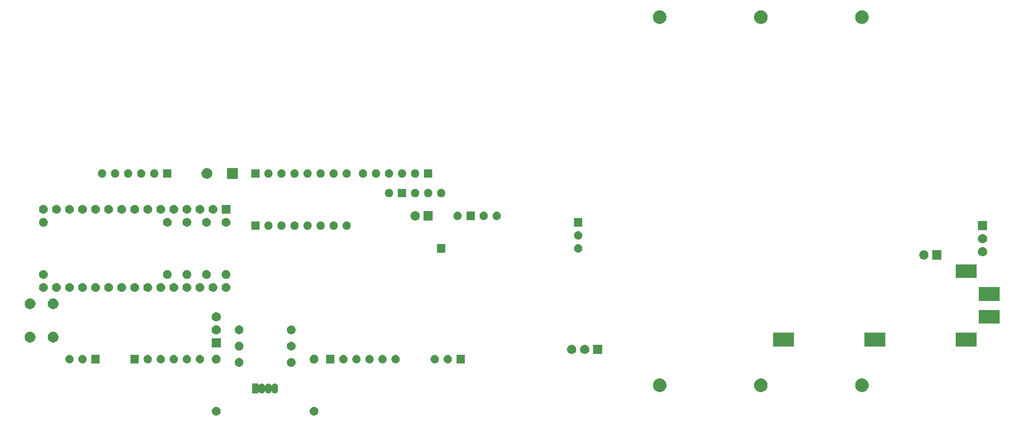
<source format=gbs>
G04 #@! TF.GenerationSoftware,KiCad,Pcbnew,(5.1.0)-1*
G04 #@! TF.CreationDate,2019-05-06T21:49:04+02:00*
G04 #@! TF.ProjectId,bigmax,6269676d-6178-42e6-9b69-6361645f7063,v2*
G04 #@! TF.SameCoordinates,Original*
G04 #@! TF.FileFunction,Soldermask,Bot*
G04 #@! TF.FilePolarity,Negative*
%FSLAX46Y46*%
G04 Gerber Fmt 4.6, Leading zero omitted, Abs format (unit mm)*
G04 Created by KiCad (PCBNEW (5.1.0)-1) date 2019-05-06 21:49:04*
%MOMM*%
%LPD*%
G04 APERTURE LIST*
%ADD10C,0.100000*%
G04 APERTURE END LIST*
D10*
G36*
X104941823Y-124891313D02*
G01*
X105102242Y-124939976D01*
X105234906Y-125010886D01*
X105250078Y-125018996D01*
X105379659Y-125125341D01*
X105486004Y-125254922D01*
X105486005Y-125254924D01*
X105565024Y-125402758D01*
X105613687Y-125563177D01*
X105630117Y-125730000D01*
X105613687Y-125896823D01*
X105565024Y-126057242D01*
X105494114Y-126189906D01*
X105486004Y-126205078D01*
X105379659Y-126334659D01*
X105250078Y-126441004D01*
X105250076Y-126441005D01*
X105102242Y-126520024D01*
X104941823Y-126568687D01*
X104816804Y-126581000D01*
X104733196Y-126581000D01*
X104608177Y-126568687D01*
X104447758Y-126520024D01*
X104299924Y-126441005D01*
X104299922Y-126441004D01*
X104170341Y-126334659D01*
X104063996Y-126205078D01*
X104055886Y-126189906D01*
X103984976Y-126057242D01*
X103936313Y-125896823D01*
X103919883Y-125730000D01*
X103936313Y-125563177D01*
X103984976Y-125402758D01*
X104063995Y-125254924D01*
X104063996Y-125254922D01*
X104170341Y-125125341D01*
X104299922Y-125018996D01*
X104315094Y-125010886D01*
X104447758Y-124939976D01*
X104608177Y-124891313D01*
X104733196Y-124879000D01*
X104816804Y-124879000D01*
X104941823Y-124891313D01*
X104941823Y-124891313D01*
G37*
G36*
X85891823Y-124891313D02*
G01*
X86052242Y-124939976D01*
X86184906Y-125010886D01*
X86200078Y-125018996D01*
X86329659Y-125125341D01*
X86436004Y-125254922D01*
X86436005Y-125254924D01*
X86515024Y-125402758D01*
X86563687Y-125563177D01*
X86580117Y-125730000D01*
X86563687Y-125896823D01*
X86515024Y-126057242D01*
X86444114Y-126189906D01*
X86436004Y-126205078D01*
X86329659Y-126334659D01*
X86200078Y-126441004D01*
X86200076Y-126441005D01*
X86052242Y-126520024D01*
X85891823Y-126568687D01*
X85766804Y-126581000D01*
X85683196Y-126581000D01*
X85558177Y-126568687D01*
X85397758Y-126520024D01*
X85249924Y-126441005D01*
X85249922Y-126441004D01*
X85120341Y-126334659D01*
X85013996Y-126205078D01*
X85005886Y-126189906D01*
X84934976Y-126057242D01*
X84886313Y-125896823D01*
X84869883Y-125730000D01*
X84886313Y-125563177D01*
X84934976Y-125402758D01*
X85013995Y-125254924D01*
X85013996Y-125254922D01*
X85120341Y-125125341D01*
X85249922Y-125018996D01*
X85265094Y-125010886D01*
X85397758Y-124939976D01*
X85558177Y-124891313D01*
X85683196Y-124879000D01*
X85766804Y-124879000D01*
X85891823Y-124891313D01*
X85891823Y-124891313D01*
G37*
G36*
X97269875Y-120342479D02*
G01*
X97343516Y-120364818D01*
X97380337Y-120375987D01*
X97482139Y-120430402D01*
X97539227Y-120477253D01*
X97571369Y-120503631D01*
X97644598Y-120592861D01*
X97644599Y-120592863D01*
X97699013Y-120694662D01*
X97699524Y-120696347D01*
X97732521Y-120805124D01*
X97741000Y-120891215D01*
X97741000Y-121678785D01*
X97732521Y-121764876D01*
X97715600Y-121820656D01*
X97699013Y-121875338D01*
X97644598Y-121977140D01*
X97571370Y-122066370D01*
X97482140Y-122139598D01*
X97380338Y-122194013D01*
X97343517Y-122205182D01*
X97269876Y-122227521D01*
X97155000Y-122238835D01*
X97040125Y-122227521D01*
X96966484Y-122205182D01*
X96929663Y-122194013D01*
X96827861Y-122139598D01*
X96738631Y-122066370D01*
X96665402Y-121977138D01*
X96630240Y-121911355D01*
X96616627Y-121890980D01*
X96599300Y-121873653D01*
X96578925Y-121860040D01*
X96556286Y-121850662D01*
X96532253Y-121845882D01*
X96507749Y-121845882D01*
X96483716Y-121850662D01*
X96461077Y-121860040D01*
X96440702Y-121873653D01*
X96423375Y-121890980D01*
X96409762Y-121911354D01*
X96374598Y-121977140D01*
X96301370Y-122066370D01*
X96212140Y-122139598D01*
X96110338Y-122194013D01*
X96073517Y-122205182D01*
X95999876Y-122227521D01*
X95885000Y-122238835D01*
X95770125Y-122227521D01*
X95696484Y-122205182D01*
X95659663Y-122194013D01*
X95557861Y-122139598D01*
X95468631Y-122066370D01*
X95395402Y-121977138D01*
X95360240Y-121911355D01*
X95346627Y-121890980D01*
X95329300Y-121873653D01*
X95308925Y-121860040D01*
X95286286Y-121850662D01*
X95262253Y-121845882D01*
X95237749Y-121845882D01*
X95213716Y-121850662D01*
X95191077Y-121860040D01*
X95170702Y-121873653D01*
X95153375Y-121890980D01*
X95139762Y-121911354D01*
X95104598Y-121977140D01*
X95031370Y-122066370D01*
X94942140Y-122139598D01*
X94840338Y-122194013D01*
X94803517Y-122205182D01*
X94729876Y-122227521D01*
X94615000Y-122238835D01*
X94500125Y-122227521D01*
X94426484Y-122205182D01*
X94389663Y-122194013D01*
X94287861Y-122139598D01*
X94198631Y-122066370D01*
X94152625Y-122010310D01*
X94135298Y-121992983D01*
X94114924Y-121979369D01*
X94092285Y-121969992D01*
X94068252Y-121965211D01*
X94043748Y-121965211D01*
X94019714Y-121969991D01*
X93997076Y-121979368D01*
X93976701Y-121992982D01*
X93959374Y-122010309D01*
X93945760Y-122030683D01*
X93936383Y-122053322D01*
X93931602Y-122077355D01*
X93931000Y-122089608D01*
X93931000Y-122236000D01*
X92759000Y-122236000D01*
X92759000Y-120334000D01*
X93931000Y-120334000D01*
X93931000Y-120480392D01*
X93933402Y-120504778D01*
X93940515Y-120528227D01*
X93952066Y-120549838D01*
X93967611Y-120568780D01*
X93986553Y-120584325D01*
X94008164Y-120595876D01*
X94031613Y-120602989D01*
X94055999Y-120605391D01*
X94080385Y-120602989D01*
X94103834Y-120595876D01*
X94125445Y-120584325D01*
X94144387Y-120568780D01*
X94152625Y-120559690D01*
X94178446Y-120528227D01*
X94198631Y-120503631D01*
X94287861Y-120430402D01*
X94299507Y-120424177D01*
X94389662Y-120375987D01*
X94426483Y-120364818D01*
X94500124Y-120342479D01*
X94615000Y-120331165D01*
X94729875Y-120342479D01*
X94803516Y-120364818D01*
X94840337Y-120375987D01*
X94942139Y-120430402D01*
X94999227Y-120477253D01*
X95031369Y-120503631D01*
X95104598Y-120592861D01*
X95104601Y-120592865D01*
X95139761Y-120658645D01*
X95153374Y-120679020D01*
X95170701Y-120696347D01*
X95191076Y-120709960D01*
X95213715Y-120719338D01*
X95237748Y-120724118D01*
X95262252Y-120724118D01*
X95286285Y-120719338D01*
X95308924Y-120709960D01*
X95329299Y-120696347D01*
X95346626Y-120679020D01*
X95360239Y-120658646D01*
X95395402Y-120592861D01*
X95448446Y-120528227D01*
X95468631Y-120503631D01*
X95557861Y-120430402D01*
X95569507Y-120424177D01*
X95659662Y-120375987D01*
X95696483Y-120364818D01*
X95770124Y-120342479D01*
X95885000Y-120331165D01*
X95999875Y-120342479D01*
X96073516Y-120364818D01*
X96110337Y-120375987D01*
X96212139Y-120430402D01*
X96269227Y-120477253D01*
X96301369Y-120503631D01*
X96374598Y-120592861D01*
X96374601Y-120592865D01*
X96409761Y-120658645D01*
X96423374Y-120679020D01*
X96440701Y-120696347D01*
X96461076Y-120709960D01*
X96483715Y-120719338D01*
X96507748Y-120724118D01*
X96532252Y-120724118D01*
X96556285Y-120719338D01*
X96578924Y-120709960D01*
X96599299Y-120696347D01*
X96616626Y-120679020D01*
X96630239Y-120658646D01*
X96665402Y-120592861D01*
X96718446Y-120528227D01*
X96738631Y-120503631D01*
X96827861Y-120430402D01*
X96839507Y-120424177D01*
X96929662Y-120375987D01*
X96966483Y-120364818D01*
X97040124Y-120342479D01*
X97155000Y-120331165D01*
X97269875Y-120342479D01*
X97269875Y-120342479D01*
G37*
G36*
X192027714Y-119354382D02*
G01*
X192155322Y-119379765D01*
X192296148Y-119438097D01*
X192395727Y-119479344D01*
X192395728Y-119479345D01*
X192612089Y-119623912D01*
X192796088Y-119807911D01*
X192892685Y-119952479D01*
X192940656Y-120024273D01*
X192981903Y-120123852D01*
X193040235Y-120264678D01*
X193040235Y-120264680D01*
X193091000Y-120519891D01*
X193091000Y-120780109D01*
X193068900Y-120891214D01*
X193040235Y-121035322D01*
X192981903Y-121176148D01*
X192940656Y-121275727D01*
X192940655Y-121275728D01*
X192796088Y-121492089D01*
X192612089Y-121676088D01*
X192479211Y-121764874D01*
X192395727Y-121820656D01*
X192323285Y-121850662D01*
X192155322Y-121920235D01*
X192027715Y-121945617D01*
X191900109Y-121971000D01*
X191639891Y-121971000D01*
X191512285Y-121945617D01*
X191384678Y-121920235D01*
X191216715Y-121850662D01*
X191144273Y-121820656D01*
X191060789Y-121764874D01*
X190927911Y-121676088D01*
X190743912Y-121492089D01*
X190599345Y-121275728D01*
X190599344Y-121275727D01*
X190558097Y-121176148D01*
X190499765Y-121035322D01*
X190471100Y-120891214D01*
X190449000Y-120780109D01*
X190449000Y-120519891D01*
X190499765Y-120264680D01*
X190499765Y-120264678D01*
X190558097Y-120123852D01*
X190599344Y-120024273D01*
X190647315Y-119952479D01*
X190743912Y-119807911D01*
X190927911Y-119623912D01*
X191144272Y-119479345D01*
X191144273Y-119479344D01*
X191243852Y-119438097D01*
X191384678Y-119379765D01*
X191512286Y-119354382D01*
X191639891Y-119329000D01*
X191900109Y-119329000D01*
X192027714Y-119354382D01*
X192027714Y-119354382D01*
G37*
G36*
X211712714Y-119354382D02*
G01*
X211840322Y-119379765D01*
X211981148Y-119438097D01*
X212080727Y-119479344D01*
X212080728Y-119479345D01*
X212297089Y-119623912D01*
X212481088Y-119807911D01*
X212577685Y-119952479D01*
X212625656Y-120024273D01*
X212666903Y-120123852D01*
X212725235Y-120264678D01*
X212725235Y-120264680D01*
X212776000Y-120519891D01*
X212776000Y-120780109D01*
X212753900Y-120891214D01*
X212725235Y-121035322D01*
X212666903Y-121176148D01*
X212625656Y-121275727D01*
X212625655Y-121275728D01*
X212481088Y-121492089D01*
X212297089Y-121676088D01*
X212164211Y-121764874D01*
X212080727Y-121820656D01*
X212008285Y-121850662D01*
X211840322Y-121920235D01*
X211712715Y-121945617D01*
X211585109Y-121971000D01*
X211324891Y-121971000D01*
X211197285Y-121945617D01*
X211069678Y-121920235D01*
X210901715Y-121850662D01*
X210829273Y-121820656D01*
X210745789Y-121764874D01*
X210612911Y-121676088D01*
X210428912Y-121492089D01*
X210284345Y-121275728D01*
X210284344Y-121275727D01*
X210243097Y-121176148D01*
X210184765Y-121035322D01*
X210156100Y-120891214D01*
X210134000Y-120780109D01*
X210134000Y-120519891D01*
X210184765Y-120264680D01*
X210184765Y-120264678D01*
X210243097Y-120123852D01*
X210284344Y-120024273D01*
X210332315Y-119952479D01*
X210428912Y-119807911D01*
X210612911Y-119623912D01*
X210829272Y-119479345D01*
X210829273Y-119479344D01*
X210928852Y-119438097D01*
X211069678Y-119379765D01*
X211197286Y-119354382D01*
X211324891Y-119329000D01*
X211585109Y-119329000D01*
X211712714Y-119354382D01*
X211712714Y-119354382D01*
G37*
G36*
X172342714Y-119354382D02*
G01*
X172470322Y-119379765D01*
X172611148Y-119438097D01*
X172710727Y-119479344D01*
X172710728Y-119479345D01*
X172927089Y-119623912D01*
X173111088Y-119807911D01*
X173207685Y-119952479D01*
X173255656Y-120024273D01*
X173296903Y-120123852D01*
X173355235Y-120264678D01*
X173355235Y-120264680D01*
X173406000Y-120519891D01*
X173406000Y-120780109D01*
X173383900Y-120891214D01*
X173355235Y-121035322D01*
X173296903Y-121176148D01*
X173255656Y-121275727D01*
X173255655Y-121275728D01*
X173111088Y-121492089D01*
X172927089Y-121676088D01*
X172794211Y-121764874D01*
X172710727Y-121820656D01*
X172638285Y-121850662D01*
X172470322Y-121920235D01*
X172342715Y-121945617D01*
X172215109Y-121971000D01*
X171954891Y-121971000D01*
X171827285Y-121945617D01*
X171699678Y-121920235D01*
X171531715Y-121850662D01*
X171459273Y-121820656D01*
X171375789Y-121764874D01*
X171242911Y-121676088D01*
X171058912Y-121492089D01*
X170914345Y-121275728D01*
X170914344Y-121275727D01*
X170873097Y-121176148D01*
X170814765Y-121035322D01*
X170786100Y-120891214D01*
X170764000Y-120780109D01*
X170764000Y-120519891D01*
X170814765Y-120264680D01*
X170814765Y-120264678D01*
X170873097Y-120123852D01*
X170914344Y-120024273D01*
X170962315Y-119952479D01*
X171058912Y-119807911D01*
X171242911Y-119623912D01*
X171459272Y-119479345D01*
X171459273Y-119479344D01*
X171558852Y-119438097D01*
X171699678Y-119379765D01*
X171827286Y-119354382D01*
X171954891Y-119329000D01*
X172215109Y-119329000D01*
X172342714Y-119354382D01*
X172342714Y-119354382D01*
G37*
G36*
X90418228Y-115386703D02*
G01*
X90573100Y-115450853D01*
X90712481Y-115543985D01*
X90831015Y-115662519D01*
X90924147Y-115801900D01*
X90988297Y-115956772D01*
X91021000Y-116121184D01*
X91021000Y-116288816D01*
X90988297Y-116453228D01*
X90924147Y-116608100D01*
X90831015Y-116747481D01*
X90712481Y-116866015D01*
X90573100Y-116959147D01*
X90418228Y-117023297D01*
X90253816Y-117056000D01*
X90086184Y-117056000D01*
X89921772Y-117023297D01*
X89766900Y-116959147D01*
X89627519Y-116866015D01*
X89508985Y-116747481D01*
X89415853Y-116608100D01*
X89351703Y-116453228D01*
X89319000Y-116288816D01*
X89319000Y-116121184D01*
X89351703Y-115956772D01*
X89415853Y-115801900D01*
X89508985Y-115662519D01*
X89627519Y-115543985D01*
X89766900Y-115450853D01*
X89921772Y-115386703D01*
X90086184Y-115354000D01*
X90253816Y-115354000D01*
X90418228Y-115386703D01*
X90418228Y-115386703D01*
G37*
G36*
X100496823Y-115366313D02*
G01*
X100657242Y-115414976D01*
X100724361Y-115450852D01*
X100805078Y-115493996D01*
X100934659Y-115600341D01*
X101041004Y-115729922D01*
X101041005Y-115729924D01*
X101120024Y-115877758D01*
X101168687Y-116038177D01*
X101185117Y-116205000D01*
X101168687Y-116371823D01*
X101120024Y-116532242D01*
X101079477Y-116608100D01*
X101041004Y-116680078D01*
X100934659Y-116809659D01*
X100805078Y-116916004D01*
X100805076Y-116916005D01*
X100657242Y-116995024D01*
X100496823Y-117043687D01*
X100371804Y-117056000D01*
X100288196Y-117056000D01*
X100163177Y-117043687D01*
X100002758Y-116995024D01*
X99854924Y-116916005D01*
X99854922Y-116916004D01*
X99725341Y-116809659D01*
X99618996Y-116680078D01*
X99580523Y-116608100D01*
X99539976Y-116532242D01*
X99491313Y-116371823D01*
X99474883Y-116205000D01*
X99491313Y-116038177D01*
X99539976Y-115877758D01*
X99618995Y-115729924D01*
X99618996Y-115729922D01*
X99725341Y-115600341D01*
X99854922Y-115493996D01*
X99935639Y-115450852D01*
X100002758Y-115414976D01*
X100163177Y-115366313D01*
X100288196Y-115354000D01*
X100371804Y-115354000D01*
X100496823Y-115366313D01*
X100496823Y-115366313D01*
G37*
G36*
X105023228Y-114751703D02*
G01*
X105178100Y-114815853D01*
X105317481Y-114908985D01*
X105436015Y-115027519D01*
X105529147Y-115166900D01*
X105593297Y-115321772D01*
X105626000Y-115486184D01*
X105626000Y-115653816D01*
X105593297Y-115818228D01*
X105529147Y-115973100D01*
X105436015Y-116112481D01*
X105317481Y-116231015D01*
X105178100Y-116324147D01*
X105023228Y-116388297D01*
X104858816Y-116421000D01*
X104691184Y-116421000D01*
X104526772Y-116388297D01*
X104371900Y-116324147D01*
X104232519Y-116231015D01*
X104113985Y-116112481D01*
X104020853Y-115973100D01*
X103956703Y-115818228D01*
X103924000Y-115653816D01*
X103924000Y-115486184D01*
X103956703Y-115321772D01*
X104020853Y-115166900D01*
X104113985Y-115027519D01*
X104232519Y-114908985D01*
X104371900Y-114815853D01*
X104526772Y-114751703D01*
X104691184Y-114719000D01*
X104858816Y-114719000D01*
X105023228Y-114751703D01*
X105023228Y-114751703D01*
G37*
G36*
X85973228Y-114751703D02*
G01*
X86128100Y-114815853D01*
X86267481Y-114908985D01*
X86386015Y-115027519D01*
X86479147Y-115166900D01*
X86543297Y-115321772D01*
X86576000Y-115486184D01*
X86576000Y-115653816D01*
X86543297Y-115818228D01*
X86479147Y-115973100D01*
X86386015Y-116112481D01*
X86267481Y-116231015D01*
X86128100Y-116324147D01*
X85973228Y-116388297D01*
X85808816Y-116421000D01*
X85641184Y-116421000D01*
X85476772Y-116388297D01*
X85321900Y-116324147D01*
X85182519Y-116231015D01*
X85063985Y-116112481D01*
X84970853Y-115973100D01*
X84906703Y-115818228D01*
X84874000Y-115653816D01*
X84874000Y-115486184D01*
X84906703Y-115321772D01*
X84970853Y-115166900D01*
X85063985Y-115027519D01*
X85182519Y-114908985D01*
X85321900Y-114815853D01*
X85476772Y-114751703D01*
X85641184Y-114719000D01*
X85808816Y-114719000D01*
X85973228Y-114751703D01*
X85973228Y-114751703D01*
G37*
G36*
X113267142Y-114788242D02*
G01*
X113415101Y-114849529D01*
X113548255Y-114938499D01*
X113661501Y-115051745D01*
X113750471Y-115184899D01*
X113811758Y-115332858D01*
X113843000Y-115489925D01*
X113843000Y-115650075D01*
X113811758Y-115807142D01*
X113750471Y-115955101D01*
X113661501Y-116088255D01*
X113548255Y-116201501D01*
X113415101Y-116290471D01*
X113267142Y-116351758D01*
X113110075Y-116383000D01*
X112949925Y-116383000D01*
X112792858Y-116351758D01*
X112644899Y-116290471D01*
X112511745Y-116201501D01*
X112398499Y-116088255D01*
X112309529Y-115955101D01*
X112248242Y-115807142D01*
X112217000Y-115650075D01*
X112217000Y-115489925D01*
X112248242Y-115332858D01*
X112309529Y-115184899D01*
X112398499Y-115051745D01*
X112511745Y-114938499D01*
X112644899Y-114849529D01*
X112792858Y-114788242D01*
X112949925Y-114757000D01*
X113110075Y-114757000D01*
X113267142Y-114788242D01*
X113267142Y-114788242D01*
G37*
G36*
X80247142Y-114788242D02*
G01*
X80395101Y-114849529D01*
X80528255Y-114938499D01*
X80641501Y-115051745D01*
X80730471Y-115184899D01*
X80791758Y-115332858D01*
X80823000Y-115489925D01*
X80823000Y-115650075D01*
X80791758Y-115807142D01*
X80730471Y-115955101D01*
X80641501Y-116088255D01*
X80528255Y-116201501D01*
X80395101Y-116290471D01*
X80247142Y-116351758D01*
X80090075Y-116383000D01*
X79929925Y-116383000D01*
X79772858Y-116351758D01*
X79624899Y-116290471D01*
X79491745Y-116201501D01*
X79378499Y-116088255D01*
X79289529Y-115955101D01*
X79228242Y-115807142D01*
X79197000Y-115650075D01*
X79197000Y-115489925D01*
X79228242Y-115332858D01*
X79289529Y-115184899D01*
X79378499Y-115051745D01*
X79491745Y-114938499D01*
X79624899Y-114849529D01*
X79772858Y-114788242D01*
X79929925Y-114757000D01*
X80090075Y-114757000D01*
X80247142Y-114788242D01*
X80247142Y-114788242D01*
G37*
G36*
X82787142Y-114788242D02*
G01*
X82935101Y-114849529D01*
X83068255Y-114938499D01*
X83181501Y-115051745D01*
X83270471Y-115184899D01*
X83331758Y-115332858D01*
X83363000Y-115489925D01*
X83363000Y-115650075D01*
X83331758Y-115807142D01*
X83270471Y-115955101D01*
X83181501Y-116088255D01*
X83068255Y-116201501D01*
X82935101Y-116290471D01*
X82787142Y-116351758D01*
X82630075Y-116383000D01*
X82469925Y-116383000D01*
X82312858Y-116351758D01*
X82164899Y-116290471D01*
X82031745Y-116201501D01*
X81918499Y-116088255D01*
X81829529Y-115955101D01*
X81768242Y-115807142D01*
X81737000Y-115650075D01*
X81737000Y-115489925D01*
X81768242Y-115332858D01*
X81829529Y-115184899D01*
X81918499Y-115051745D01*
X82031745Y-114938499D01*
X82164899Y-114849529D01*
X82312858Y-114788242D01*
X82469925Y-114757000D01*
X82630075Y-114757000D01*
X82787142Y-114788242D01*
X82787142Y-114788242D01*
G37*
G36*
X128507142Y-114788242D02*
G01*
X128655101Y-114849529D01*
X128788255Y-114938499D01*
X128901501Y-115051745D01*
X128990471Y-115184899D01*
X129051758Y-115332858D01*
X129083000Y-115489925D01*
X129083000Y-115650075D01*
X129051758Y-115807142D01*
X128990471Y-115955101D01*
X128901501Y-116088255D01*
X128788255Y-116201501D01*
X128655101Y-116290471D01*
X128507142Y-116351758D01*
X128350075Y-116383000D01*
X128189925Y-116383000D01*
X128032858Y-116351758D01*
X127884899Y-116290471D01*
X127751745Y-116201501D01*
X127638499Y-116088255D01*
X127549529Y-115955101D01*
X127488242Y-115807142D01*
X127457000Y-115650075D01*
X127457000Y-115489925D01*
X127488242Y-115332858D01*
X127549529Y-115184899D01*
X127638499Y-115051745D01*
X127751745Y-114938499D01*
X127884899Y-114849529D01*
X128032858Y-114788242D01*
X128189925Y-114757000D01*
X128350075Y-114757000D01*
X128507142Y-114788242D01*
X128507142Y-114788242D01*
G37*
G36*
X131047142Y-114788242D02*
G01*
X131195101Y-114849529D01*
X131328255Y-114938499D01*
X131441501Y-115051745D01*
X131530471Y-115184899D01*
X131591758Y-115332858D01*
X131623000Y-115489925D01*
X131623000Y-115650075D01*
X131591758Y-115807142D01*
X131530471Y-115955101D01*
X131441501Y-116088255D01*
X131328255Y-116201501D01*
X131195101Y-116290471D01*
X131047142Y-116351758D01*
X130890075Y-116383000D01*
X130729925Y-116383000D01*
X130572858Y-116351758D01*
X130424899Y-116290471D01*
X130291745Y-116201501D01*
X130178499Y-116088255D01*
X130089529Y-115955101D01*
X130028242Y-115807142D01*
X129997000Y-115650075D01*
X129997000Y-115489925D01*
X130028242Y-115332858D01*
X130089529Y-115184899D01*
X130178499Y-115051745D01*
X130291745Y-114938499D01*
X130424899Y-114849529D01*
X130572858Y-114788242D01*
X130729925Y-114757000D01*
X130890075Y-114757000D01*
X131047142Y-114788242D01*
X131047142Y-114788242D01*
G37*
G36*
X59927142Y-114788242D02*
G01*
X60075101Y-114849529D01*
X60208255Y-114938499D01*
X60321501Y-115051745D01*
X60410471Y-115184899D01*
X60471758Y-115332858D01*
X60503000Y-115489925D01*
X60503000Y-115650075D01*
X60471758Y-115807142D01*
X60410471Y-115955101D01*
X60321501Y-116088255D01*
X60208255Y-116201501D01*
X60075101Y-116290471D01*
X59927142Y-116351758D01*
X59770075Y-116383000D01*
X59609925Y-116383000D01*
X59452858Y-116351758D01*
X59304899Y-116290471D01*
X59171745Y-116201501D01*
X59058499Y-116088255D01*
X58969529Y-115955101D01*
X58908242Y-115807142D01*
X58877000Y-115650075D01*
X58877000Y-115489925D01*
X58908242Y-115332858D01*
X58969529Y-115184899D01*
X59058499Y-115051745D01*
X59171745Y-114938499D01*
X59304899Y-114849529D01*
X59452858Y-114788242D01*
X59609925Y-114757000D01*
X59770075Y-114757000D01*
X59927142Y-114788242D01*
X59927142Y-114788242D01*
G37*
G36*
X57387142Y-114788242D02*
G01*
X57535101Y-114849529D01*
X57668255Y-114938499D01*
X57781501Y-115051745D01*
X57870471Y-115184899D01*
X57931758Y-115332858D01*
X57963000Y-115489925D01*
X57963000Y-115650075D01*
X57931758Y-115807142D01*
X57870471Y-115955101D01*
X57781501Y-116088255D01*
X57668255Y-116201501D01*
X57535101Y-116290471D01*
X57387142Y-116351758D01*
X57230075Y-116383000D01*
X57069925Y-116383000D01*
X56912858Y-116351758D01*
X56764899Y-116290471D01*
X56631745Y-116201501D01*
X56518499Y-116088255D01*
X56429529Y-115955101D01*
X56368242Y-115807142D01*
X56337000Y-115650075D01*
X56337000Y-115489925D01*
X56368242Y-115332858D01*
X56429529Y-115184899D01*
X56518499Y-115051745D01*
X56631745Y-114938499D01*
X56764899Y-114849529D01*
X56912858Y-114788242D01*
X57069925Y-114757000D01*
X57230075Y-114757000D01*
X57387142Y-114788242D01*
X57387142Y-114788242D01*
G37*
G36*
X63043000Y-116383000D02*
G01*
X61417000Y-116383000D01*
X61417000Y-114757000D01*
X63043000Y-114757000D01*
X63043000Y-116383000D01*
X63043000Y-116383000D01*
G37*
G36*
X77707142Y-114788242D02*
G01*
X77855101Y-114849529D01*
X77988255Y-114938499D01*
X78101501Y-115051745D01*
X78190471Y-115184899D01*
X78251758Y-115332858D01*
X78283000Y-115489925D01*
X78283000Y-115650075D01*
X78251758Y-115807142D01*
X78190471Y-115955101D01*
X78101501Y-116088255D01*
X77988255Y-116201501D01*
X77855101Y-116290471D01*
X77707142Y-116351758D01*
X77550075Y-116383000D01*
X77389925Y-116383000D01*
X77232858Y-116351758D01*
X77084899Y-116290471D01*
X76951745Y-116201501D01*
X76838499Y-116088255D01*
X76749529Y-115955101D01*
X76688242Y-115807142D01*
X76657000Y-115650075D01*
X76657000Y-115489925D01*
X76688242Y-115332858D01*
X76749529Y-115184899D01*
X76838499Y-115051745D01*
X76951745Y-114938499D01*
X77084899Y-114849529D01*
X77232858Y-114788242D01*
X77389925Y-114757000D01*
X77550075Y-114757000D01*
X77707142Y-114788242D01*
X77707142Y-114788242D01*
G37*
G36*
X72627142Y-114788242D02*
G01*
X72775101Y-114849529D01*
X72908255Y-114938499D01*
X73021501Y-115051745D01*
X73110471Y-115184899D01*
X73171758Y-115332858D01*
X73203000Y-115489925D01*
X73203000Y-115650075D01*
X73171758Y-115807142D01*
X73110471Y-115955101D01*
X73021501Y-116088255D01*
X72908255Y-116201501D01*
X72775101Y-116290471D01*
X72627142Y-116351758D01*
X72470075Y-116383000D01*
X72309925Y-116383000D01*
X72152858Y-116351758D01*
X72004899Y-116290471D01*
X71871745Y-116201501D01*
X71758499Y-116088255D01*
X71669529Y-115955101D01*
X71608242Y-115807142D01*
X71577000Y-115650075D01*
X71577000Y-115489925D01*
X71608242Y-115332858D01*
X71669529Y-115184899D01*
X71758499Y-115051745D01*
X71871745Y-114938499D01*
X72004899Y-114849529D01*
X72152858Y-114788242D01*
X72309925Y-114757000D01*
X72470075Y-114757000D01*
X72627142Y-114788242D01*
X72627142Y-114788242D01*
G37*
G36*
X70663000Y-116383000D02*
G01*
X69037000Y-116383000D01*
X69037000Y-114757000D01*
X70663000Y-114757000D01*
X70663000Y-116383000D01*
X70663000Y-116383000D01*
G37*
G36*
X108763000Y-116383000D02*
G01*
X107137000Y-116383000D01*
X107137000Y-114757000D01*
X108763000Y-114757000D01*
X108763000Y-116383000D01*
X108763000Y-116383000D01*
G37*
G36*
X110727142Y-114788242D02*
G01*
X110875101Y-114849529D01*
X111008255Y-114938499D01*
X111121501Y-115051745D01*
X111210471Y-115184899D01*
X111271758Y-115332858D01*
X111303000Y-115489925D01*
X111303000Y-115650075D01*
X111271758Y-115807142D01*
X111210471Y-115955101D01*
X111121501Y-116088255D01*
X111008255Y-116201501D01*
X110875101Y-116290471D01*
X110727142Y-116351758D01*
X110570075Y-116383000D01*
X110409925Y-116383000D01*
X110252858Y-116351758D01*
X110104899Y-116290471D01*
X109971745Y-116201501D01*
X109858499Y-116088255D01*
X109769529Y-115955101D01*
X109708242Y-115807142D01*
X109677000Y-115650075D01*
X109677000Y-115489925D01*
X109708242Y-115332858D01*
X109769529Y-115184899D01*
X109858499Y-115051745D01*
X109971745Y-114938499D01*
X110104899Y-114849529D01*
X110252858Y-114788242D01*
X110409925Y-114757000D01*
X110570075Y-114757000D01*
X110727142Y-114788242D01*
X110727142Y-114788242D01*
G37*
G36*
X115807142Y-114788242D02*
G01*
X115955101Y-114849529D01*
X116088255Y-114938499D01*
X116201501Y-115051745D01*
X116290471Y-115184899D01*
X116351758Y-115332858D01*
X116383000Y-115489925D01*
X116383000Y-115650075D01*
X116351758Y-115807142D01*
X116290471Y-115955101D01*
X116201501Y-116088255D01*
X116088255Y-116201501D01*
X115955101Y-116290471D01*
X115807142Y-116351758D01*
X115650075Y-116383000D01*
X115489925Y-116383000D01*
X115332858Y-116351758D01*
X115184899Y-116290471D01*
X115051745Y-116201501D01*
X114938499Y-116088255D01*
X114849529Y-115955101D01*
X114788242Y-115807142D01*
X114757000Y-115650075D01*
X114757000Y-115489925D01*
X114788242Y-115332858D01*
X114849529Y-115184899D01*
X114938499Y-115051745D01*
X115051745Y-114938499D01*
X115184899Y-114849529D01*
X115332858Y-114788242D01*
X115489925Y-114757000D01*
X115650075Y-114757000D01*
X115807142Y-114788242D01*
X115807142Y-114788242D01*
G37*
G36*
X118347142Y-114788242D02*
G01*
X118495101Y-114849529D01*
X118628255Y-114938499D01*
X118741501Y-115051745D01*
X118830471Y-115184899D01*
X118891758Y-115332858D01*
X118923000Y-115489925D01*
X118923000Y-115650075D01*
X118891758Y-115807142D01*
X118830471Y-115955101D01*
X118741501Y-116088255D01*
X118628255Y-116201501D01*
X118495101Y-116290471D01*
X118347142Y-116351758D01*
X118190075Y-116383000D01*
X118029925Y-116383000D01*
X117872858Y-116351758D01*
X117724899Y-116290471D01*
X117591745Y-116201501D01*
X117478499Y-116088255D01*
X117389529Y-115955101D01*
X117328242Y-115807142D01*
X117297000Y-115650075D01*
X117297000Y-115489925D01*
X117328242Y-115332858D01*
X117389529Y-115184899D01*
X117478499Y-115051745D01*
X117591745Y-114938499D01*
X117724899Y-114849529D01*
X117872858Y-114788242D01*
X118029925Y-114757000D01*
X118190075Y-114757000D01*
X118347142Y-114788242D01*
X118347142Y-114788242D01*
G37*
G36*
X120887142Y-114788242D02*
G01*
X121035101Y-114849529D01*
X121168255Y-114938499D01*
X121281501Y-115051745D01*
X121370471Y-115184899D01*
X121431758Y-115332858D01*
X121463000Y-115489925D01*
X121463000Y-115650075D01*
X121431758Y-115807142D01*
X121370471Y-115955101D01*
X121281501Y-116088255D01*
X121168255Y-116201501D01*
X121035101Y-116290471D01*
X120887142Y-116351758D01*
X120730075Y-116383000D01*
X120569925Y-116383000D01*
X120412858Y-116351758D01*
X120264899Y-116290471D01*
X120131745Y-116201501D01*
X120018499Y-116088255D01*
X119929529Y-115955101D01*
X119868242Y-115807142D01*
X119837000Y-115650075D01*
X119837000Y-115489925D01*
X119868242Y-115332858D01*
X119929529Y-115184899D01*
X120018499Y-115051745D01*
X120131745Y-114938499D01*
X120264899Y-114849529D01*
X120412858Y-114788242D01*
X120569925Y-114757000D01*
X120730075Y-114757000D01*
X120887142Y-114788242D01*
X120887142Y-114788242D01*
G37*
G36*
X134163000Y-116383000D02*
G01*
X132537000Y-116383000D01*
X132537000Y-114757000D01*
X134163000Y-114757000D01*
X134163000Y-116383000D01*
X134163000Y-116383000D01*
G37*
G36*
X75167142Y-114788242D02*
G01*
X75315101Y-114849529D01*
X75448255Y-114938499D01*
X75561501Y-115051745D01*
X75650471Y-115184899D01*
X75711758Y-115332858D01*
X75743000Y-115489925D01*
X75743000Y-115650075D01*
X75711758Y-115807142D01*
X75650471Y-115955101D01*
X75561501Y-116088255D01*
X75448255Y-116201501D01*
X75315101Y-116290471D01*
X75167142Y-116351758D01*
X75010075Y-116383000D01*
X74849925Y-116383000D01*
X74692858Y-116351758D01*
X74544899Y-116290471D01*
X74411745Y-116201501D01*
X74298499Y-116088255D01*
X74209529Y-115955101D01*
X74148242Y-115807142D01*
X74117000Y-115650075D01*
X74117000Y-115489925D01*
X74148242Y-115332858D01*
X74209529Y-115184899D01*
X74298499Y-115051745D01*
X74411745Y-114938499D01*
X74544899Y-114849529D01*
X74692858Y-114788242D01*
X74849925Y-114757000D01*
X75010075Y-114757000D01*
X75167142Y-114788242D01*
X75167142Y-114788242D01*
G37*
G36*
X155050442Y-112770518D02*
G01*
X155116627Y-112777037D01*
X155286466Y-112828557D01*
X155442991Y-112912222D01*
X155478729Y-112941552D01*
X155580186Y-113024814D01*
X155653226Y-113113815D01*
X155692778Y-113162009D01*
X155776443Y-113318534D01*
X155827963Y-113488373D01*
X155845359Y-113665000D01*
X155827963Y-113841627D01*
X155776443Y-114011466D01*
X155692778Y-114167991D01*
X155663448Y-114203729D01*
X155580186Y-114305186D01*
X155478729Y-114388448D01*
X155442991Y-114417778D01*
X155286466Y-114501443D01*
X155116627Y-114552963D01*
X155050442Y-114559482D01*
X154984260Y-114566000D01*
X154895740Y-114566000D01*
X154829558Y-114559482D01*
X154763373Y-114552963D01*
X154593534Y-114501443D01*
X154437009Y-114417778D01*
X154401271Y-114388448D01*
X154299814Y-114305186D01*
X154216552Y-114203729D01*
X154187222Y-114167991D01*
X154103557Y-114011466D01*
X154052037Y-113841627D01*
X154034641Y-113665000D01*
X154052037Y-113488373D01*
X154103557Y-113318534D01*
X154187222Y-113162009D01*
X154226774Y-113113815D01*
X154299814Y-113024814D01*
X154401271Y-112941552D01*
X154437009Y-112912222D01*
X154593534Y-112828557D01*
X154763373Y-112777037D01*
X154829558Y-112770518D01*
X154895740Y-112764000D01*
X154984260Y-112764000D01*
X155050442Y-112770518D01*
X155050442Y-112770518D01*
G37*
G36*
X157590442Y-112770518D02*
G01*
X157656627Y-112777037D01*
X157826466Y-112828557D01*
X157982991Y-112912222D01*
X158018729Y-112941552D01*
X158120186Y-113024814D01*
X158193226Y-113113815D01*
X158232778Y-113162009D01*
X158316443Y-113318534D01*
X158367963Y-113488373D01*
X158385359Y-113665000D01*
X158367963Y-113841627D01*
X158316443Y-114011466D01*
X158232778Y-114167991D01*
X158203448Y-114203729D01*
X158120186Y-114305186D01*
X158018729Y-114388448D01*
X157982991Y-114417778D01*
X157826466Y-114501443D01*
X157656627Y-114552963D01*
X157590442Y-114559482D01*
X157524260Y-114566000D01*
X157435740Y-114566000D01*
X157369558Y-114559482D01*
X157303373Y-114552963D01*
X157133534Y-114501443D01*
X156977009Y-114417778D01*
X156941271Y-114388448D01*
X156839814Y-114305186D01*
X156756552Y-114203729D01*
X156727222Y-114167991D01*
X156643557Y-114011466D01*
X156592037Y-113841627D01*
X156574641Y-113665000D01*
X156592037Y-113488373D01*
X156643557Y-113318534D01*
X156727222Y-113162009D01*
X156766774Y-113113815D01*
X156839814Y-113024814D01*
X156941271Y-112941552D01*
X156977009Y-112912222D01*
X157133534Y-112828557D01*
X157303373Y-112777037D01*
X157369558Y-112770518D01*
X157435740Y-112764000D01*
X157524260Y-112764000D01*
X157590442Y-112770518D01*
X157590442Y-112770518D01*
G37*
G36*
X160921000Y-114566000D02*
G01*
X159119000Y-114566000D01*
X159119000Y-112764000D01*
X160921000Y-112764000D01*
X160921000Y-114566000D01*
X160921000Y-114566000D01*
G37*
G36*
X100496823Y-112191313D02*
G01*
X100657242Y-112239976D01*
X100724361Y-112275852D01*
X100805078Y-112318996D01*
X100934659Y-112425341D01*
X101041004Y-112554922D01*
X101041005Y-112554924D01*
X101120024Y-112702758D01*
X101168687Y-112863177D01*
X101185117Y-113030000D01*
X101168687Y-113196823D01*
X101120024Y-113357242D01*
X101079477Y-113433100D01*
X101041004Y-113505078D01*
X100934659Y-113634659D01*
X100805078Y-113741004D01*
X100805076Y-113741005D01*
X100657242Y-113820024D01*
X100496823Y-113868687D01*
X100371804Y-113881000D01*
X100288196Y-113881000D01*
X100163177Y-113868687D01*
X100002758Y-113820024D01*
X99854924Y-113741005D01*
X99854922Y-113741004D01*
X99725341Y-113634659D01*
X99618996Y-113505078D01*
X99580523Y-113433100D01*
X99539976Y-113357242D01*
X99491313Y-113196823D01*
X99474883Y-113030000D01*
X99491313Y-112863177D01*
X99539976Y-112702758D01*
X99618995Y-112554924D01*
X99618996Y-112554922D01*
X99725341Y-112425341D01*
X99854922Y-112318996D01*
X99935639Y-112275852D01*
X100002758Y-112239976D01*
X100163177Y-112191313D01*
X100288196Y-112179000D01*
X100371804Y-112179000D01*
X100496823Y-112191313D01*
X100496823Y-112191313D01*
G37*
G36*
X90418228Y-112211703D02*
G01*
X90573100Y-112275853D01*
X90712481Y-112368985D01*
X90831015Y-112487519D01*
X90924147Y-112626900D01*
X90988297Y-112781772D01*
X91021000Y-112946184D01*
X91021000Y-113113816D01*
X90988297Y-113278228D01*
X90924147Y-113433100D01*
X90831015Y-113572481D01*
X90712481Y-113691015D01*
X90573100Y-113784147D01*
X90418228Y-113848297D01*
X90253816Y-113881000D01*
X90086184Y-113881000D01*
X89921772Y-113848297D01*
X89766900Y-113784147D01*
X89627519Y-113691015D01*
X89508985Y-113572481D01*
X89415853Y-113433100D01*
X89351703Y-113278228D01*
X89319000Y-113113816D01*
X89319000Y-112946184D01*
X89351703Y-112781772D01*
X89415853Y-112626900D01*
X89508985Y-112487519D01*
X89627519Y-112368985D01*
X89766900Y-112275853D01*
X89921772Y-112211703D01*
X90086184Y-112179000D01*
X90253816Y-112179000D01*
X90418228Y-112211703D01*
X90418228Y-112211703D01*
G37*
G36*
X86626000Y-113296000D02*
G01*
X84824000Y-113296000D01*
X84824000Y-111494000D01*
X86626000Y-111494000D01*
X86626000Y-113296000D01*
X86626000Y-113296000D01*
G37*
G36*
X198266000Y-113091000D02*
G01*
X194164000Y-113091000D01*
X194164000Y-110429000D01*
X198266000Y-110429000D01*
X198266000Y-113091000D01*
X198266000Y-113091000D01*
G37*
G36*
X216046000Y-113091000D02*
G01*
X211944000Y-113091000D01*
X211944000Y-110429000D01*
X216046000Y-110429000D01*
X216046000Y-113091000D01*
X216046000Y-113091000D01*
G37*
G36*
X233826000Y-113091000D02*
G01*
X229724000Y-113091000D01*
X229724000Y-110429000D01*
X233826000Y-110429000D01*
X233826000Y-113091000D01*
X233826000Y-113091000D01*
G37*
G36*
X49781564Y-110264389D02*
G01*
X49972833Y-110343615D01*
X49972835Y-110343616D01*
X50144973Y-110458635D01*
X50291365Y-110605027D01*
X50336982Y-110673297D01*
X50406385Y-110777167D01*
X50485611Y-110968436D01*
X50526000Y-111171484D01*
X50526000Y-111378516D01*
X50485611Y-111581564D01*
X50406385Y-111772833D01*
X50406384Y-111772835D01*
X50291365Y-111944973D01*
X50144973Y-112091365D01*
X49972835Y-112206384D01*
X49972834Y-112206385D01*
X49972833Y-112206385D01*
X49781564Y-112285611D01*
X49578516Y-112326000D01*
X49371484Y-112326000D01*
X49168436Y-112285611D01*
X48977167Y-112206385D01*
X48977166Y-112206385D01*
X48977165Y-112206384D01*
X48805027Y-112091365D01*
X48658635Y-111944973D01*
X48543616Y-111772835D01*
X48543615Y-111772833D01*
X48464389Y-111581564D01*
X48424000Y-111378516D01*
X48424000Y-111171484D01*
X48464389Y-110968436D01*
X48543615Y-110777167D01*
X48613019Y-110673297D01*
X48658635Y-110605027D01*
X48805027Y-110458635D01*
X48977165Y-110343616D01*
X48977167Y-110343615D01*
X49168436Y-110264389D01*
X49371484Y-110224000D01*
X49578516Y-110224000D01*
X49781564Y-110264389D01*
X49781564Y-110264389D01*
G37*
G36*
X54281564Y-110264389D02*
G01*
X54472833Y-110343615D01*
X54472835Y-110343616D01*
X54644973Y-110458635D01*
X54791365Y-110605027D01*
X54836982Y-110673297D01*
X54906385Y-110777167D01*
X54985611Y-110968436D01*
X55026000Y-111171484D01*
X55026000Y-111378516D01*
X54985611Y-111581564D01*
X54906385Y-111772833D01*
X54906384Y-111772835D01*
X54791365Y-111944973D01*
X54644973Y-112091365D01*
X54472835Y-112206384D01*
X54472834Y-112206385D01*
X54472833Y-112206385D01*
X54281564Y-112285611D01*
X54078516Y-112326000D01*
X53871484Y-112326000D01*
X53668436Y-112285611D01*
X53477167Y-112206385D01*
X53477166Y-112206385D01*
X53477165Y-112206384D01*
X53305027Y-112091365D01*
X53158635Y-111944973D01*
X53043616Y-111772835D01*
X53043615Y-111772833D01*
X52964389Y-111581564D01*
X52924000Y-111378516D01*
X52924000Y-111171484D01*
X52964389Y-110968436D01*
X53043615Y-110777167D01*
X53113019Y-110673297D01*
X53158635Y-110605027D01*
X53305027Y-110458635D01*
X53477165Y-110343616D01*
X53477167Y-110343615D01*
X53668436Y-110264389D01*
X53871484Y-110224000D01*
X54078516Y-110224000D01*
X54281564Y-110264389D01*
X54281564Y-110264389D01*
G37*
G36*
X85835443Y-108960519D02*
G01*
X85901627Y-108967037D01*
X86071466Y-109018557D01*
X86227991Y-109102222D01*
X86263729Y-109131552D01*
X86365186Y-109214814D01*
X86445369Y-109312519D01*
X86477778Y-109352009D01*
X86561443Y-109508534D01*
X86612963Y-109678373D01*
X86630359Y-109855000D01*
X86612963Y-110031627D01*
X86561443Y-110201466D01*
X86477778Y-110357991D01*
X86448448Y-110393729D01*
X86365186Y-110495186D01*
X86263729Y-110578448D01*
X86227991Y-110607778D01*
X86071466Y-110691443D01*
X85901627Y-110742963D01*
X85835442Y-110749482D01*
X85769260Y-110756000D01*
X85680740Y-110756000D01*
X85614558Y-110749482D01*
X85548373Y-110742963D01*
X85378534Y-110691443D01*
X85222009Y-110607778D01*
X85186271Y-110578448D01*
X85084814Y-110495186D01*
X85001552Y-110393729D01*
X84972222Y-110357991D01*
X84888557Y-110201466D01*
X84837037Y-110031627D01*
X84819641Y-109855000D01*
X84837037Y-109678373D01*
X84888557Y-109508534D01*
X84972222Y-109352009D01*
X85004631Y-109312519D01*
X85084814Y-109214814D01*
X85186271Y-109131552D01*
X85222009Y-109102222D01*
X85378534Y-109018557D01*
X85548373Y-108967037D01*
X85614557Y-108960519D01*
X85680740Y-108954000D01*
X85769260Y-108954000D01*
X85835443Y-108960519D01*
X85835443Y-108960519D01*
G37*
G36*
X100496823Y-109016313D02*
G01*
X100657242Y-109064976D01*
X100724361Y-109100852D01*
X100805078Y-109143996D01*
X100934659Y-109250341D01*
X101041004Y-109379922D01*
X101041005Y-109379924D01*
X101120024Y-109527758D01*
X101168687Y-109688177D01*
X101185117Y-109855000D01*
X101168687Y-110021823D01*
X101120024Y-110182242D01*
X101079477Y-110258100D01*
X101041004Y-110330078D01*
X100934659Y-110459659D01*
X100805078Y-110566004D01*
X100805076Y-110566005D01*
X100657242Y-110645024D01*
X100496823Y-110693687D01*
X100371804Y-110706000D01*
X100288196Y-110706000D01*
X100163177Y-110693687D01*
X100002758Y-110645024D01*
X99854924Y-110566005D01*
X99854922Y-110566004D01*
X99725341Y-110459659D01*
X99618996Y-110330078D01*
X99580523Y-110258100D01*
X99539976Y-110182242D01*
X99491313Y-110021823D01*
X99474883Y-109855000D01*
X99491313Y-109688177D01*
X99539976Y-109527758D01*
X99618995Y-109379924D01*
X99618996Y-109379922D01*
X99725341Y-109250341D01*
X99854922Y-109143996D01*
X99935639Y-109100852D01*
X100002758Y-109064976D01*
X100163177Y-109016313D01*
X100288196Y-109004000D01*
X100371804Y-109004000D01*
X100496823Y-109016313D01*
X100496823Y-109016313D01*
G37*
G36*
X90418228Y-109036703D02*
G01*
X90573100Y-109100853D01*
X90712481Y-109193985D01*
X90831015Y-109312519D01*
X90924147Y-109451900D01*
X90988297Y-109606772D01*
X91021000Y-109771184D01*
X91021000Y-109938816D01*
X90988297Y-110103228D01*
X90924147Y-110258100D01*
X90831015Y-110397481D01*
X90712481Y-110516015D01*
X90573100Y-110609147D01*
X90418228Y-110673297D01*
X90253816Y-110706000D01*
X90086184Y-110706000D01*
X89921772Y-110673297D01*
X89766900Y-110609147D01*
X89627519Y-110516015D01*
X89508985Y-110397481D01*
X89415853Y-110258100D01*
X89351703Y-110103228D01*
X89319000Y-109938816D01*
X89319000Y-109771184D01*
X89351703Y-109606772D01*
X89415853Y-109451900D01*
X89508985Y-109312519D01*
X89627519Y-109193985D01*
X89766900Y-109100853D01*
X89921772Y-109036703D01*
X90086184Y-109004000D01*
X90253816Y-109004000D01*
X90418228Y-109036703D01*
X90418228Y-109036703D01*
G37*
G36*
X238271000Y-108646000D02*
G01*
X234169000Y-108646000D01*
X234169000Y-105984000D01*
X238271000Y-105984000D01*
X238271000Y-108646000D01*
X238271000Y-108646000D01*
G37*
G36*
X85835443Y-106420519D02*
G01*
X85901627Y-106427037D01*
X86071466Y-106478557D01*
X86227991Y-106562222D01*
X86263729Y-106591552D01*
X86365186Y-106674814D01*
X86448448Y-106776271D01*
X86477778Y-106812009D01*
X86561443Y-106968534D01*
X86612963Y-107138373D01*
X86630359Y-107315000D01*
X86612963Y-107491627D01*
X86561443Y-107661466D01*
X86477778Y-107817991D01*
X86448448Y-107853729D01*
X86365186Y-107955186D01*
X86263729Y-108038448D01*
X86227991Y-108067778D01*
X86071466Y-108151443D01*
X85901627Y-108202963D01*
X85835443Y-108209481D01*
X85769260Y-108216000D01*
X85680740Y-108216000D01*
X85614557Y-108209481D01*
X85548373Y-108202963D01*
X85378534Y-108151443D01*
X85222009Y-108067778D01*
X85186271Y-108038448D01*
X85084814Y-107955186D01*
X85001552Y-107853729D01*
X84972222Y-107817991D01*
X84888557Y-107661466D01*
X84837037Y-107491627D01*
X84819641Y-107315000D01*
X84837037Y-107138373D01*
X84888557Y-106968534D01*
X84972222Y-106812009D01*
X85001552Y-106776271D01*
X85084814Y-106674814D01*
X85186271Y-106591552D01*
X85222009Y-106562222D01*
X85378534Y-106478557D01*
X85548373Y-106427037D01*
X85614557Y-106420519D01*
X85680740Y-106414000D01*
X85769260Y-106414000D01*
X85835443Y-106420519D01*
X85835443Y-106420519D01*
G37*
G36*
X54281564Y-103764389D02*
G01*
X54472833Y-103843615D01*
X54472835Y-103843616D01*
X54644973Y-103958635D01*
X54791365Y-104105027D01*
X54906385Y-104277167D01*
X54985611Y-104468436D01*
X55026000Y-104671484D01*
X55026000Y-104878516D01*
X54985611Y-105081564D01*
X54906385Y-105272833D01*
X54906384Y-105272835D01*
X54791365Y-105444973D01*
X54644973Y-105591365D01*
X54472835Y-105706384D01*
X54472834Y-105706385D01*
X54472833Y-105706385D01*
X54281564Y-105785611D01*
X54078516Y-105826000D01*
X53871484Y-105826000D01*
X53668436Y-105785611D01*
X53477167Y-105706385D01*
X53477166Y-105706385D01*
X53477165Y-105706384D01*
X53305027Y-105591365D01*
X53158635Y-105444973D01*
X53043616Y-105272835D01*
X53043615Y-105272833D01*
X52964389Y-105081564D01*
X52924000Y-104878516D01*
X52924000Y-104671484D01*
X52964389Y-104468436D01*
X53043615Y-104277167D01*
X53158635Y-104105027D01*
X53305027Y-103958635D01*
X53477165Y-103843616D01*
X53477167Y-103843615D01*
X53668436Y-103764389D01*
X53871484Y-103724000D01*
X54078516Y-103724000D01*
X54281564Y-103764389D01*
X54281564Y-103764389D01*
G37*
G36*
X49781564Y-103764389D02*
G01*
X49972833Y-103843615D01*
X49972835Y-103843616D01*
X50144973Y-103958635D01*
X50291365Y-104105027D01*
X50406385Y-104277167D01*
X50485611Y-104468436D01*
X50526000Y-104671484D01*
X50526000Y-104878516D01*
X50485611Y-105081564D01*
X50406385Y-105272833D01*
X50406384Y-105272835D01*
X50291365Y-105444973D01*
X50144973Y-105591365D01*
X49972835Y-105706384D01*
X49972834Y-105706385D01*
X49972833Y-105706385D01*
X49781564Y-105785611D01*
X49578516Y-105826000D01*
X49371484Y-105826000D01*
X49168436Y-105785611D01*
X48977167Y-105706385D01*
X48977166Y-105706385D01*
X48977165Y-105706384D01*
X48805027Y-105591365D01*
X48658635Y-105444973D01*
X48543616Y-105272835D01*
X48543615Y-105272833D01*
X48464389Y-105081564D01*
X48424000Y-104878516D01*
X48424000Y-104671484D01*
X48464389Y-104468436D01*
X48543615Y-104277167D01*
X48658635Y-104105027D01*
X48805027Y-103958635D01*
X48977165Y-103843616D01*
X48977167Y-103843615D01*
X49168436Y-103764389D01*
X49371484Y-103724000D01*
X49578516Y-103724000D01*
X49781564Y-103764389D01*
X49781564Y-103764389D01*
G37*
G36*
X238271000Y-104201000D02*
G01*
X234169000Y-104201000D01*
X234169000Y-101539000D01*
X238271000Y-101539000D01*
X238271000Y-104201000D01*
X238271000Y-104201000D01*
G37*
G36*
X87796823Y-100761313D02*
G01*
X87957242Y-100809976D01*
X88089906Y-100880886D01*
X88105078Y-100888996D01*
X88234659Y-100995341D01*
X88341004Y-101124922D01*
X88341005Y-101124924D01*
X88420024Y-101272758D01*
X88468687Y-101433177D01*
X88485117Y-101600000D01*
X88468687Y-101766823D01*
X88420024Y-101927242D01*
X88349114Y-102059906D01*
X88341004Y-102075078D01*
X88234659Y-102204659D01*
X88105078Y-102311004D01*
X88105076Y-102311005D01*
X87957242Y-102390024D01*
X87796823Y-102438687D01*
X87671804Y-102451000D01*
X87588196Y-102451000D01*
X87463177Y-102438687D01*
X87302758Y-102390024D01*
X87154924Y-102311005D01*
X87154922Y-102311004D01*
X87025341Y-102204659D01*
X86918996Y-102075078D01*
X86910886Y-102059906D01*
X86839976Y-101927242D01*
X86791313Y-101766823D01*
X86774883Y-101600000D01*
X86791313Y-101433177D01*
X86839976Y-101272758D01*
X86918995Y-101124924D01*
X86918996Y-101124922D01*
X87025341Y-100995341D01*
X87154922Y-100888996D01*
X87170094Y-100880886D01*
X87302758Y-100809976D01*
X87463177Y-100761313D01*
X87588196Y-100749000D01*
X87671804Y-100749000D01*
X87796823Y-100761313D01*
X87796823Y-100761313D01*
G37*
G36*
X85256823Y-100761313D02*
G01*
X85417242Y-100809976D01*
X85549906Y-100880886D01*
X85565078Y-100888996D01*
X85694659Y-100995341D01*
X85801004Y-101124922D01*
X85801005Y-101124924D01*
X85880024Y-101272758D01*
X85928687Y-101433177D01*
X85945117Y-101600000D01*
X85928687Y-101766823D01*
X85880024Y-101927242D01*
X85809114Y-102059906D01*
X85801004Y-102075078D01*
X85694659Y-102204659D01*
X85565078Y-102311004D01*
X85565076Y-102311005D01*
X85417242Y-102390024D01*
X85256823Y-102438687D01*
X85131804Y-102451000D01*
X85048196Y-102451000D01*
X84923177Y-102438687D01*
X84762758Y-102390024D01*
X84614924Y-102311005D01*
X84614922Y-102311004D01*
X84485341Y-102204659D01*
X84378996Y-102075078D01*
X84370886Y-102059906D01*
X84299976Y-101927242D01*
X84251313Y-101766823D01*
X84234883Y-101600000D01*
X84251313Y-101433177D01*
X84299976Y-101272758D01*
X84378995Y-101124924D01*
X84378996Y-101124922D01*
X84485341Y-100995341D01*
X84614922Y-100888996D01*
X84630094Y-100880886D01*
X84762758Y-100809976D01*
X84923177Y-100761313D01*
X85048196Y-100749000D01*
X85131804Y-100749000D01*
X85256823Y-100761313D01*
X85256823Y-100761313D01*
G37*
G36*
X82716823Y-100761313D02*
G01*
X82877242Y-100809976D01*
X83009906Y-100880886D01*
X83025078Y-100888996D01*
X83154659Y-100995341D01*
X83261004Y-101124922D01*
X83261005Y-101124924D01*
X83340024Y-101272758D01*
X83388687Y-101433177D01*
X83405117Y-101600000D01*
X83388687Y-101766823D01*
X83340024Y-101927242D01*
X83269114Y-102059906D01*
X83261004Y-102075078D01*
X83154659Y-102204659D01*
X83025078Y-102311004D01*
X83025076Y-102311005D01*
X82877242Y-102390024D01*
X82716823Y-102438687D01*
X82591804Y-102451000D01*
X82508196Y-102451000D01*
X82383177Y-102438687D01*
X82222758Y-102390024D01*
X82074924Y-102311005D01*
X82074922Y-102311004D01*
X81945341Y-102204659D01*
X81838996Y-102075078D01*
X81830886Y-102059906D01*
X81759976Y-101927242D01*
X81711313Y-101766823D01*
X81694883Y-101600000D01*
X81711313Y-101433177D01*
X81759976Y-101272758D01*
X81838995Y-101124924D01*
X81838996Y-101124922D01*
X81945341Y-100995341D01*
X82074922Y-100888996D01*
X82090094Y-100880886D01*
X82222758Y-100809976D01*
X82383177Y-100761313D01*
X82508196Y-100749000D01*
X82591804Y-100749000D01*
X82716823Y-100761313D01*
X82716823Y-100761313D01*
G37*
G36*
X57316823Y-100761313D02*
G01*
X57477242Y-100809976D01*
X57609906Y-100880886D01*
X57625078Y-100888996D01*
X57754659Y-100995341D01*
X57861004Y-101124922D01*
X57861005Y-101124924D01*
X57940024Y-101272758D01*
X57988687Y-101433177D01*
X58005117Y-101600000D01*
X57988687Y-101766823D01*
X57940024Y-101927242D01*
X57869114Y-102059906D01*
X57861004Y-102075078D01*
X57754659Y-102204659D01*
X57625078Y-102311004D01*
X57625076Y-102311005D01*
X57477242Y-102390024D01*
X57316823Y-102438687D01*
X57191804Y-102451000D01*
X57108196Y-102451000D01*
X56983177Y-102438687D01*
X56822758Y-102390024D01*
X56674924Y-102311005D01*
X56674922Y-102311004D01*
X56545341Y-102204659D01*
X56438996Y-102075078D01*
X56430886Y-102059906D01*
X56359976Y-101927242D01*
X56311313Y-101766823D01*
X56294883Y-101600000D01*
X56311313Y-101433177D01*
X56359976Y-101272758D01*
X56438995Y-101124924D01*
X56438996Y-101124922D01*
X56545341Y-100995341D01*
X56674922Y-100888996D01*
X56690094Y-100880886D01*
X56822758Y-100809976D01*
X56983177Y-100761313D01*
X57108196Y-100749000D01*
X57191804Y-100749000D01*
X57316823Y-100761313D01*
X57316823Y-100761313D01*
G37*
G36*
X80176823Y-100761313D02*
G01*
X80337242Y-100809976D01*
X80469906Y-100880886D01*
X80485078Y-100888996D01*
X80614659Y-100995341D01*
X80721004Y-101124922D01*
X80721005Y-101124924D01*
X80800024Y-101272758D01*
X80848687Y-101433177D01*
X80865117Y-101600000D01*
X80848687Y-101766823D01*
X80800024Y-101927242D01*
X80729114Y-102059906D01*
X80721004Y-102075078D01*
X80614659Y-102204659D01*
X80485078Y-102311004D01*
X80485076Y-102311005D01*
X80337242Y-102390024D01*
X80176823Y-102438687D01*
X80051804Y-102451000D01*
X79968196Y-102451000D01*
X79843177Y-102438687D01*
X79682758Y-102390024D01*
X79534924Y-102311005D01*
X79534922Y-102311004D01*
X79405341Y-102204659D01*
X79298996Y-102075078D01*
X79290886Y-102059906D01*
X79219976Y-101927242D01*
X79171313Y-101766823D01*
X79154883Y-101600000D01*
X79171313Y-101433177D01*
X79219976Y-101272758D01*
X79298995Y-101124924D01*
X79298996Y-101124922D01*
X79405341Y-100995341D01*
X79534922Y-100888996D01*
X79550094Y-100880886D01*
X79682758Y-100809976D01*
X79843177Y-100761313D01*
X79968196Y-100749000D01*
X80051804Y-100749000D01*
X80176823Y-100761313D01*
X80176823Y-100761313D01*
G37*
G36*
X77636823Y-100761313D02*
G01*
X77797242Y-100809976D01*
X77929906Y-100880886D01*
X77945078Y-100888996D01*
X78074659Y-100995341D01*
X78181004Y-101124922D01*
X78181005Y-101124924D01*
X78260024Y-101272758D01*
X78308687Y-101433177D01*
X78325117Y-101600000D01*
X78308687Y-101766823D01*
X78260024Y-101927242D01*
X78189114Y-102059906D01*
X78181004Y-102075078D01*
X78074659Y-102204659D01*
X77945078Y-102311004D01*
X77945076Y-102311005D01*
X77797242Y-102390024D01*
X77636823Y-102438687D01*
X77511804Y-102451000D01*
X77428196Y-102451000D01*
X77303177Y-102438687D01*
X77142758Y-102390024D01*
X76994924Y-102311005D01*
X76994922Y-102311004D01*
X76865341Y-102204659D01*
X76758996Y-102075078D01*
X76750886Y-102059906D01*
X76679976Y-101927242D01*
X76631313Y-101766823D01*
X76614883Y-101600000D01*
X76631313Y-101433177D01*
X76679976Y-101272758D01*
X76758995Y-101124924D01*
X76758996Y-101124922D01*
X76865341Y-100995341D01*
X76994922Y-100888996D01*
X77010094Y-100880886D01*
X77142758Y-100809976D01*
X77303177Y-100761313D01*
X77428196Y-100749000D01*
X77511804Y-100749000D01*
X77636823Y-100761313D01*
X77636823Y-100761313D01*
G37*
G36*
X75096823Y-100761313D02*
G01*
X75257242Y-100809976D01*
X75389906Y-100880886D01*
X75405078Y-100888996D01*
X75534659Y-100995341D01*
X75641004Y-101124922D01*
X75641005Y-101124924D01*
X75720024Y-101272758D01*
X75768687Y-101433177D01*
X75785117Y-101600000D01*
X75768687Y-101766823D01*
X75720024Y-101927242D01*
X75649114Y-102059906D01*
X75641004Y-102075078D01*
X75534659Y-102204659D01*
X75405078Y-102311004D01*
X75405076Y-102311005D01*
X75257242Y-102390024D01*
X75096823Y-102438687D01*
X74971804Y-102451000D01*
X74888196Y-102451000D01*
X74763177Y-102438687D01*
X74602758Y-102390024D01*
X74454924Y-102311005D01*
X74454922Y-102311004D01*
X74325341Y-102204659D01*
X74218996Y-102075078D01*
X74210886Y-102059906D01*
X74139976Y-101927242D01*
X74091313Y-101766823D01*
X74074883Y-101600000D01*
X74091313Y-101433177D01*
X74139976Y-101272758D01*
X74218995Y-101124924D01*
X74218996Y-101124922D01*
X74325341Y-100995341D01*
X74454922Y-100888996D01*
X74470094Y-100880886D01*
X74602758Y-100809976D01*
X74763177Y-100761313D01*
X74888196Y-100749000D01*
X74971804Y-100749000D01*
X75096823Y-100761313D01*
X75096823Y-100761313D01*
G37*
G36*
X72556823Y-100761313D02*
G01*
X72717242Y-100809976D01*
X72849906Y-100880886D01*
X72865078Y-100888996D01*
X72994659Y-100995341D01*
X73101004Y-101124922D01*
X73101005Y-101124924D01*
X73180024Y-101272758D01*
X73228687Y-101433177D01*
X73245117Y-101600000D01*
X73228687Y-101766823D01*
X73180024Y-101927242D01*
X73109114Y-102059906D01*
X73101004Y-102075078D01*
X72994659Y-102204659D01*
X72865078Y-102311004D01*
X72865076Y-102311005D01*
X72717242Y-102390024D01*
X72556823Y-102438687D01*
X72431804Y-102451000D01*
X72348196Y-102451000D01*
X72223177Y-102438687D01*
X72062758Y-102390024D01*
X71914924Y-102311005D01*
X71914922Y-102311004D01*
X71785341Y-102204659D01*
X71678996Y-102075078D01*
X71670886Y-102059906D01*
X71599976Y-101927242D01*
X71551313Y-101766823D01*
X71534883Y-101600000D01*
X71551313Y-101433177D01*
X71599976Y-101272758D01*
X71678995Y-101124924D01*
X71678996Y-101124922D01*
X71785341Y-100995341D01*
X71914922Y-100888996D01*
X71930094Y-100880886D01*
X72062758Y-100809976D01*
X72223177Y-100761313D01*
X72348196Y-100749000D01*
X72431804Y-100749000D01*
X72556823Y-100761313D01*
X72556823Y-100761313D01*
G37*
G36*
X70016823Y-100761313D02*
G01*
X70177242Y-100809976D01*
X70309906Y-100880886D01*
X70325078Y-100888996D01*
X70454659Y-100995341D01*
X70561004Y-101124922D01*
X70561005Y-101124924D01*
X70640024Y-101272758D01*
X70688687Y-101433177D01*
X70705117Y-101600000D01*
X70688687Y-101766823D01*
X70640024Y-101927242D01*
X70569114Y-102059906D01*
X70561004Y-102075078D01*
X70454659Y-102204659D01*
X70325078Y-102311004D01*
X70325076Y-102311005D01*
X70177242Y-102390024D01*
X70016823Y-102438687D01*
X69891804Y-102451000D01*
X69808196Y-102451000D01*
X69683177Y-102438687D01*
X69522758Y-102390024D01*
X69374924Y-102311005D01*
X69374922Y-102311004D01*
X69245341Y-102204659D01*
X69138996Y-102075078D01*
X69130886Y-102059906D01*
X69059976Y-101927242D01*
X69011313Y-101766823D01*
X68994883Y-101600000D01*
X69011313Y-101433177D01*
X69059976Y-101272758D01*
X69138995Y-101124924D01*
X69138996Y-101124922D01*
X69245341Y-100995341D01*
X69374922Y-100888996D01*
X69390094Y-100880886D01*
X69522758Y-100809976D01*
X69683177Y-100761313D01*
X69808196Y-100749000D01*
X69891804Y-100749000D01*
X70016823Y-100761313D01*
X70016823Y-100761313D01*
G37*
G36*
X67476823Y-100761313D02*
G01*
X67637242Y-100809976D01*
X67769906Y-100880886D01*
X67785078Y-100888996D01*
X67914659Y-100995341D01*
X68021004Y-101124922D01*
X68021005Y-101124924D01*
X68100024Y-101272758D01*
X68148687Y-101433177D01*
X68165117Y-101600000D01*
X68148687Y-101766823D01*
X68100024Y-101927242D01*
X68029114Y-102059906D01*
X68021004Y-102075078D01*
X67914659Y-102204659D01*
X67785078Y-102311004D01*
X67785076Y-102311005D01*
X67637242Y-102390024D01*
X67476823Y-102438687D01*
X67351804Y-102451000D01*
X67268196Y-102451000D01*
X67143177Y-102438687D01*
X66982758Y-102390024D01*
X66834924Y-102311005D01*
X66834922Y-102311004D01*
X66705341Y-102204659D01*
X66598996Y-102075078D01*
X66590886Y-102059906D01*
X66519976Y-101927242D01*
X66471313Y-101766823D01*
X66454883Y-101600000D01*
X66471313Y-101433177D01*
X66519976Y-101272758D01*
X66598995Y-101124924D01*
X66598996Y-101124922D01*
X66705341Y-100995341D01*
X66834922Y-100888996D01*
X66850094Y-100880886D01*
X66982758Y-100809976D01*
X67143177Y-100761313D01*
X67268196Y-100749000D01*
X67351804Y-100749000D01*
X67476823Y-100761313D01*
X67476823Y-100761313D01*
G37*
G36*
X64936823Y-100761313D02*
G01*
X65097242Y-100809976D01*
X65229906Y-100880886D01*
X65245078Y-100888996D01*
X65374659Y-100995341D01*
X65481004Y-101124922D01*
X65481005Y-101124924D01*
X65560024Y-101272758D01*
X65608687Y-101433177D01*
X65625117Y-101600000D01*
X65608687Y-101766823D01*
X65560024Y-101927242D01*
X65489114Y-102059906D01*
X65481004Y-102075078D01*
X65374659Y-102204659D01*
X65245078Y-102311004D01*
X65245076Y-102311005D01*
X65097242Y-102390024D01*
X64936823Y-102438687D01*
X64811804Y-102451000D01*
X64728196Y-102451000D01*
X64603177Y-102438687D01*
X64442758Y-102390024D01*
X64294924Y-102311005D01*
X64294922Y-102311004D01*
X64165341Y-102204659D01*
X64058996Y-102075078D01*
X64050886Y-102059906D01*
X63979976Y-101927242D01*
X63931313Y-101766823D01*
X63914883Y-101600000D01*
X63931313Y-101433177D01*
X63979976Y-101272758D01*
X64058995Y-101124924D01*
X64058996Y-101124922D01*
X64165341Y-100995341D01*
X64294922Y-100888996D01*
X64310094Y-100880886D01*
X64442758Y-100809976D01*
X64603177Y-100761313D01*
X64728196Y-100749000D01*
X64811804Y-100749000D01*
X64936823Y-100761313D01*
X64936823Y-100761313D01*
G37*
G36*
X54776823Y-100761313D02*
G01*
X54937242Y-100809976D01*
X55069906Y-100880886D01*
X55085078Y-100888996D01*
X55214659Y-100995341D01*
X55321004Y-101124922D01*
X55321005Y-101124924D01*
X55400024Y-101272758D01*
X55448687Y-101433177D01*
X55465117Y-101600000D01*
X55448687Y-101766823D01*
X55400024Y-101927242D01*
X55329114Y-102059906D01*
X55321004Y-102075078D01*
X55214659Y-102204659D01*
X55085078Y-102311004D01*
X55085076Y-102311005D01*
X54937242Y-102390024D01*
X54776823Y-102438687D01*
X54651804Y-102451000D01*
X54568196Y-102451000D01*
X54443177Y-102438687D01*
X54282758Y-102390024D01*
X54134924Y-102311005D01*
X54134922Y-102311004D01*
X54005341Y-102204659D01*
X53898996Y-102075078D01*
X53890886Y-102059906D01*
X53819976Y-101927242D01*
X53771313Y-101766823D01*
X53754883Y-101600000D01*
X53771313Y-101433177D01*
X53819976Y-101272758D01*
X53898995Y-101124924D01*
X53898996Y-101124922D01*
X54005341Y-100995341D01*
X54134922Y-100888996D01*
X54150094Y-100880886D01*
X54282758Y-100809976D01*
X54443177Y-100761313D01*
X54568196Y-100749000D01*
X54651804Y-100749000D01*
X54776823Y-100761313D01*
X54776823Y-100761313D01*
G37*
G36*
X59856823Y-100761313D02*
G01*
X60017242Y-100809976D01*
X60149906Y-100880886D01*
X60165078Y-100888996D01*
X60294659Y-100995341D01*
X60401004Y-101124922D01*
X60401005Y-101124924D01*
X60480024Y-101272758D01*
X60528687Y-101433177D01*
X60545117Y-101600000D01*
X60528687Y-101766823D01*
X60480024Y-101927242D01*
X60409114Y-102059906D01*
X60401004Y-102075078D01*
X60294659Y-102204659D01*
X60165078Y-102311004D01*
X60165076Y-102311005D01*
X60017242Y-102390024D01*
X59856823Y-102438687D01*
X59731804Y-102451000D01*
X59648196Y-102451000D01*
X59523177Y-102438687D01*
X59362758Y-102390024D01*
X59214924Y-102311005D01*
X59214922Y-102311004D01*
X59085341Y-102204659D01*
X58978996Y-102075078D01*
X58970886Y-102059906D01*
X58899976Y-101927242D01*
X58851313Y-101766823D01*
X58834883Y-101600000D01*
X58851313Y-101433177D01*
X58899976Y-101272758D01*
X58978995Y-101124924D01*
X58978996Y-101124922D01*
X59085341Y-100995341D01*
X59214922Y-100888996D01*
X59230094Y-100880886D01*
X59362758Y-100809976D01*
X59523177Y-100761313D01*
X59648196Y-100749000D01*
X59731804Y-100749000D01*
X59856823Y-100761313D01*
X59856823Y-100761313D01*
G37*
G36*
X52236823Y-100761313D02*
G01*
X52397242Y-100809976D01*
X52529906Y-100880886D01*
X52545078Y-100888996D01*
X52674659Y-100995341D01*
X52781004Y-101124922D01*
X52781005Y-101124924D01*
X52860024Y-101272758D01*
X52908687Y-101433177D01*
X52925117Y-101600000D01*
X52908687Y-101766823D01*
X52860024Y-101927242D01*
X52789114Y-102059906D01*
X52781004Y-102075078D01*
X52674659Y-102204659D01*
X52545078Y-102311004D01*
X52545076Y-102311005D01*
X52397242Y-102390024D01*
X52236823Y-102438687D01*
X52111804Y-102451000D01*
X52028196Y-102451000D01*
X51903177Y-102438687D01*
X51742758Y-102390024D01*
X51594924Y-102311005D01*
X51594922Y-102311004D01*
X51465341Y-102204659D01*
X51358996Y-102075078D01*
X51350886Y-102059906D01*
X51279976Y-101927242D01*
X51231313Y-101766823D01*
X51214883Y-101600000D01*
X51231313Y-101433177D01*
X51279976Y-101272758D01*
X51358995Y-101124924D01*
X51358996Y-101124922D01*
X51465341Y-100995341D01*
X51594922Y-100888996D01*
X51610094Y-100880886D01*
X51742758Y-100809976D01*
X51903177Y-100761313D01*
X52028196Y-100749000D01*
X52111804Y-100749000D01*
X52236823Y-100761313D01*
X52236823Y-100761313D01*
G37*
G36*
X62396823Y-100761313D02*
G01*
X62557242Y-100809976D01*
X62689906Y-100880886D01*
X62705078Y-100888996D01*
X62834659Y-100995341D01*
X62941004Y-101124922D01*
X62941005Y-101124924D01*
X63020024Y-101272758D01*
X63068687Y-101433177D01*
X63085117Y-101600000D01*
X63068687Y-101766823D01*
X63020024Y-101927242D01*
X62949114Y-102059906D01*
X62941004Y-102075078D01*
X62834659Y-102204659D01*
X62705078Y-102311004D01*
X62705076Y-102311005D01*
X62557242Y-102390024D01*
X62396823Y-102438687D01*
X62271804Y-102451000D01*
X62188196Y-102451000D01*
X62063177Y-102438687D01*
X61902758Y-102390024D01*
X61754924Y-102311005D01*
X61754922Y-102311004D01*
X61625341Y-102204659D01*
X61518996Y-102075078D01*
X61510886Y-102059906D01*
X61439976Y-101927242D01*
X61391313Y-101766823D01*
X61374883Y-101600000D01*
X61391313Y-101433177D01*
X61439976Y-101272758D01*
X61518995Y-101124924D01*
X61518996Y-101124922D01*
X61625341Y-100995341D01*
X61754922Y-100888996D01*
X61770094Y-100880886D01*
X61902758Y-100809976D01*
X62063177Y-100761313D01*
X62188196Y-100749000D01*
X62271804Y-100749000D01*
X62396823Y-100761313D01*
X62396823Y-100761313D01*
G37*
G36*
X80258228Y-98241703D02*
G01*
X80413100Y-98305853D01*
X80552481Y-98398985D01*
X80671015Y-98517519D01*
X80764147Y-98656900D01*
X80828297Y-98811772D01*
X80861000Y-98976184D01*
X80861000Y-99143816D01*
X80828297Y-99308228D01*
X80764147Y-99463100D01*
X80671015Y-99602481D01*
X80552481Y-99721015D01*
X80413100Y-99814147D01*
X80258228Y-99878297D01*
X80093816Y-99911000D01*
X79926184Y-99911000D01*
X79761772Y-99878297D01*
X79606900Y-99814147D01*
X79467519Y-99721015D01*
X79348985Y-99602481D01*
X79255853Y-99463100D01*
X79191703Y-99308228D01*
X79159000Y-99143816D01*
X79159000Y-98976184D01*
X79191703Y-98811772D01*
X79255853Y-98656900D01*
X79348985Y-98517519D01*
X79467519Y-98398985D01*
X79606900Y-98305853D01*
X79761772Y-98241703D01*
X79926184Y-98209000D01*
X80093816Y-98209000D01*
X80258228Y-98241703D01*
X80258228Y-98241703D01*
G37*
G36*
X52236823Y-98221313D02*
G01*
X52397242Y-98269976D01*
X52464361Y-98305852D01*
X52545078Y-98348996D01*
X52674659Y-98455341D01*
X52781004Y-98584922D01*
X52781005Y-98584924D01*
X52860024Y-98732758D01*
X52908687Y-98893177D01*
X52925117Y-99060000D01*
X52908687Y-99226823D01*
X52860024Y-99387242D01*
X52819477Y-99463100D01*
X52781004Y-99535078D01*
X52674659Y-99664659D01*
X52545078Y-99771004D01*
X52545076Y-99771005D01*
X52397242Y-99850024D01*
X52236823Y-99898687D01*
X52111804Y-99911000D01*
X52028196Y-99911000D01*
X51903177Y-99898687D01*
X51742758Y-99850024D01*
X51594924Y-99771005D01*
X51594922Y-99771004D01*
X51465341Y-99664659D01*
X51358996Y-99535078D01*
X51320523Y-99463100D01*
X51279976Y-99387242D01*
X51231313Y-99226823D01*
X51214883Y-99060000D01*
X51231313Y-98893177D01*
X51279976Y-98732758D01*
X51358995Y-98584924D01*
X51358996Y-98584922D01*
X51465341Y-98455341D01*
X51594922Y-98348996D01*
X51675639Y-98305852D01*
X51742758Y-98269976D01*
X51903177Y-98221313D01*
X52028196Y-98209000D01*
X52111804Y-98209000D01*
X52236823Y-98221313D01*
X52236823Y-98221313D01*
G37*
G36*
X87878228Y-98241703D02*
G01*
X88033100Y-98305853D01*
X88172481Y-98398985D01*
X88291015Y-98517519D01*
X88384147Y-98656900D01*
X88448297Y-98811772D01*
X88481000Y-98976184D01*
X88481000Y-99143816D01*
X88448297Y-99308228D01*
X88384147Y-99463100D01*
X88291015Y-99602481D01*
X88172481Y-99721015D01*
X88033100Y-99814147D01*
X87878228Y-99878297D01*
X87713816Y-99911000D01*
X87546184Y-99911000D01*
X87381772Y-99878297D01*
X87226900Y-99814147D01*
X87087519Y-99721015D01*
X86968985Y-99602481D01*
X86875853Y-99463100D01*
X86811703Y-99308228D01*
X86779000Y-99143816D01*
X86779000Y-98976184D01*
X86811703Y-98811772D01*
X86875853Y-98656900D01*
X86968985Y-98517519D01*
X87087519Y-98398985D01*
X87226900Y-98305853D01*
X87381772Y-98241703D01*
X87546184Y-98209000D01*
X87713816Y-98209000D01*
X87878228Y-98241703D01*
X87878228Y-98241703D01*
G37*
G36*
X76448228Y-98241703D02*
G01*
X76603100Y-98305853D01*
X76742481Y-98398985D01*
X76861015Y-98517519D01*
X76954147Y-98656900D01*
X77018297Y-98811772D01*
X77051000Y-98976184D01*
X77051000Y-99143816D01*
X77018297Y-99308228D01*
X76954147Y-99463100D01*
X76861015Y-99602481D01*
X76742481Y-99721015D01*
X76603100Y-99814147D01*
X76448228Y-99878297D01*
X76283816Y-99911000D01*
X76116184Y-99911000D01*
X75951772Y-99878297D01*
X75796900Y-99814147D01*
X75657519Y-99721015D01*
X75538985Y-99602481D01*
X75445853Y-99463100D01*
X75381703Y-99308228D01*
X75349000Y-99143816D01*
X75349000Y-98976184D01*
X75381703Y-98811772D01*
X75445853Y-98656900D01*
X75538985Y-98517519D01*
X75657519Y-98398985D01*
X75796900Y-98305853D01*
X75951772Y-98241703D01*
X76116184Y-98209000D01*
X76283816Y-98209000D01*
X76448228Y-98241703D01*
X76448228Y-98241703D01*
G37*
G36*
X84068228Y-98241703D02*
G01*
X84223100Y-98305853D01*
X84362481Y-98398985D01*
X84481015Y-98517519D01*
X84574147Y-98656900D01*
X84638297Y-98811772D01*
X84671000Y-98976184D01*
X84671000Y-99143816D01*
X84638297Y-99308228D01*
X84574147Y-99463100D01*
X84481015Y-99602481D01*
X84362481Y-99721015D01*
X84223100Y-99814147D01*
X84068228Y-99878297D01*
X83903816Y-99911000D01*
X83736184Y-99911000D01*
X83571772Y-99878297D01*
X83416900Y-99814147D01*
X83277519Y-99721015D01*
X83158985Y-99602481D01*
X83065853Y-99463100D01*
X83001703Y-99308228D01*
X82969000Y-99143816D01*
X82969000Y-98976184D01*
X83001703Y-98811772D01*
X83065853Y-98656900D01*
X83158985Y-98517519D01*
X83277519Y-98398985D01*
X83416900Y-98305853D01*
X83571772Y-98241703D01*
X83736184Y-98209000D01*
X83903816Y-98209000D01*
X84068228Y-98241703D01*
X84068228Y-98241703D01*
G37*
G36*
X233826000Y-99756000D02*
G01*
X229724000Y-99756000D01*
X229724000Y-97094000D01*
X233826000Y-97094000D01*
X233826000Y-99756000D01*
X233826000Y-99756000D01*
G37*
G36*
X223630442Y-94355518D02*
G01*
X223696627Y-94362037D01*
X223866466Y-94413557D01*
X224022991Y-94497222D01*
X224058729Y-94526552D01*
X224160186Y-94609814D01*
X224234585Y-94700471D01*
X224272778Y-94747009D01*
X224356443Y-94903534D01*
X224407963Y-95073373D01*
X224425359Y-95250000D01*
X224407963Y-95426627D01*
X224356443Y-95596466D01*
X224272778Y-95752991D01*
X224243448Y-95788729D01*
X224160186Y-95890186D01*
X224058729Y-95973448D01*
X224022991Y-96002778D01*
X223866466Y-96086443D01*
X223696627Y-96137963D01*
X223630443Y-96144481D01*
X223564260Y-96151000D01*
X223475740Y-96151000D01*
X223409558Y-96144482D01*
X223343373Y-96137963D01*
X223173534Y-96086443D01*
X223017009Y-96002778D01*
X222981271Y-95973448D01*
X222879814Y-95890186D01*
X222796552Y-95788729D01*
X222767222Y-95752991D01*
X222683557Y-95596466D01*
X222632037Y-95426627D01*
X222614641Y-95250000D01*
X222632037Y-95073373D01*
X222683557Y-94903534D01*
X222767222Y-94747009D01*
X222805415Y-94700471D01*
X222879814Y-94609814D01*
X222981271Y-94526552D01*
X223017009Y-94497222D01*
X223173534Y-94413557D01*
X223343373Y-94362037D01*
X223409557Y-94355519D01*
X223475740Y-94349000D01*
X223564260Y-94349000D01*
X223630442Y-94355518D01*
X223630442Y-94355518D01*
G37*
G36*
X226961000Y-96151000D02*
G01*
X225159000Y-96151000D01*
X225159000Y-94349000D01*
X226961000Y-94349000D01*
X226961000Y-96151000D01*
X226961000Y-96151000D01*
G37*
G36*
X235060443Y-93720519D02*
G01*
X235126627Y-93727037D01*
X235296466Y-93778557D01*
X235452991Y-93862222D01*
X235488729Y-93891552D01*
X235590186Y-93974814D01*
X235660156Y-94060074D01*
X235702778Y-94112009D01*
X235786443Y-94268534D01*
X235837963Y-94438373D01*
X235855359Y-94615000D01*
X235837963Y-94791627D01*
X235786443Y-94961466D01*
X235702778Y-95117991D01*
X235673448Y-95153729D01*
X235590186Y-95255186D01*
X235488729Y-95338448D01*
X235452991Y-95367778D01*
X235296466Y-95451443D01*
X235126627Y-95502963D01*
X235060443Y-95509481D01*
X234994260Y-95516000D01*
X234905740Y-95516000D01*
X234839557Y-95509481D01*
X234773373Y-95502963D01*
X234603534Y-95451443D01*
X234447009Y-95367778D01*
X234411271Y-95338448D01*
X234309814Y-95255186D01*
X234226552Y-95153729D01*
X234197222Y-95117991D01*
X234113557Y-94961466D01*
X234062037Y-94791627D01*
X234044641Y-94615000D01*
X234062037Y-94438373D01*
X234113557Y-94268534D01*
X234197222Y-94112009D01*
X234239844Y-94060074D01*
X234309814Y-93974814D01*
X234411271Y-93891552D01*
X234447009Y-93862222D01*
X234603534Y-93778557D01*
X234773373Y-93727037D01*
X234839558Y-93720518D01*
X234905740Y-93714000D01*
X234994260Y-93714000D01*
X235060443Y-93720519D01*
X235060443Y-93720519D01*
G37*
G36*
X130353000Y-94793000D02*
G01*
X128727000Y-94793000D01*
X128727000Y-93167000D01*
X130353000Y-93167000D01*
X130353000Y-94793000D01*
X130353000Y-94793000D01*
G37*
G36*
X156447142Y-93198242D02*
G01*
X156595101Y-93259529D01*
X156728255Y-93348499D01*
X156841501Y-93461745D01*
X156930471Y-93594899D01*
X156991758Y-93742858D01*
X157023000Y-93899925D01*
X157023000Y-94060075D01*
X156991758Y-94217142D01*
X156930471Y-94365101D01*
X156841501Y-94498255D01*
X156728255Y-94611501D01*
X156595101Y-94700471D01*
X156447142Y-94761758D01*
X156290075Y-94793000D01*
X156129925Y-94793000D01*
X155972858Y-94761758D01*
X155824899Y-94700471D01*
X155691745Y-94611501D01*
X155578499Y-94498255D01*
X155489529Y-94365101D01*
X155428242Y-94217142D01*
X155397000Y-94060075D01*
X155397000Y-93899925D01*
X155428242Y-93742858D01*
X155489529Y-93594899D01*
X155578499Y-93461745D01*
X155691745Y-93348499D01*
X155824899Y-93259529D01*
X155972858Y-93198242D01*
X156129925Y-93167000D01*
X156290075Y-93167000D01*
X156447142Y-93198242D01*
X156447142Y-93198242D01*
G37*
G36*
X235060442Y-91180518D02*
G01*
X235126627Y-91187037D01*
X235296466Y-91238557D01*
X235452991Y-91322222D01*
X235488729Y-91351552D01*
X235590186Y-91434814D01*
X235660156Y-91520074D01*
X235702778Y-91572009D01*
X235786443Y-91728534D01*
X235837963Y-91898373D01*
X235855359Y-92075000D01*
X235837963Y-92251627D01*
X235786443Y-92421466D01*
X235702778Y-92577991D01*
X235673448Y-92613729D01*
X235590186Y-92715186D01*
X235488729Y-92798448D01*
X235452991Y-92827778D01*
X235296466Y-92911443D01*
X235126627Y-92962963D01*
X235060442Y-92969482D01*
X234994260Y-92976000D01*
X234905740Y-92976000D01*
X234839558Y-92969482D01*
X234773373Y-92962963D01*
X234603534Y-92911443D01*
X234447009Y-92827778D01*
X234411271Y-92798448D01*
X234309814Y-92715186D01*
X234226552Y-92613729D01*
X234197222Y-92577991D01*
X234113557Y-92421466D01*
X234062037Y-92251627D01*
X234044641Y-92075000D01*
X234062037Y-91898373D01*
X234113557Y-91728534D01*
X234197222Y-91572009D01*
X234239844Y-91520074D01*
X234309814Y-91434814D01*
X234411271Y-91351552D01*
X234447009Y-91322222D01*
X234603534Y-91238557D01*
X234773373Y-91187037D01*
X234839558Y-91180518D01*
X234905740Y-91174000D01*
X234994260Y-91174000D01*
X235060442Y-91180518D01*
X235060442Y-91180518D01*
G37*
G36*
X156447142Y-90658242D02*
G01*
X156595101Y-90719529D01*
X156728255Y-90808499D01*
X156841501Y-90921745D01*
X156930471Y-91054899D01*
X156991758Y-91202858D01*
X157023000Y-91359925D01*
X157023000Y-91520075D01*
X156991758Y-91677142D01*
X156930471Y-91825101D01*
X156841501Y-91958255D01*
X156728255Y-92071501D01*
X156595101Y-92160471D01*
X156447142Y-92221758D01*
X156290075Y-92253000D01*
X156129925Y-92253000D01*
X155972858Y-92221758D01*
X155824899Y-92160471D01*
X155691745Y-92071501D01*
X155578499Y-91958255D01*
X155489529Y-91825101D01*
X155428242Y-91677142D01*
X155397000Y-91520075D01*
X155397000Y-91359925D01*
X155428242Y-91202858D01*
X155489529Y-91054899D01*
X155578499Y-90921745D01*
X155691745Y-90808499D01*
X155824899Y-90719529D01*
X155972858Y-90658242D01*
X156129925Y-90627000D01*
X156290075Y-90627000D01*
X156447142Y-90658242D01*
X156447142Y-90658242D01*
G37*
G36*
X235851000Y-90436000D02*
G01*
X234049000Y-90436000D01*
X234049000Y-88634000D01*
X235851000Y-88634000D01*
X235851000Y-90436000D01*
X235851000Y-90436000D01*
G37*
G36*
X101202142Y-88753242D02*
G01*
X101350101Y-88814529D01*
X101483255Y-88903499D01*
X101596501Y-89016745D01*
X101685471Y-89149899D01*
X101746758Y-89297858D01*
X101778000Y-89454925D01*
X101778000Y-89615075D01*
X101746758Y-89772142D01*
X101685471Y-89920101D01*
X101596501Y-90053255D01*
X101483255Y-90166501D01*
X101350101Y-90255471D01*
X101202142Y-90316758D01*
X101045075Y-90348000D01*
X100884925Y-90348000D01*
X100727858Y-90316758D01*
X100579899Y-90255471D01*
X100446745Y-90166501D01*
X100333499Y-90053255D01*
X100244529Y-89920101D01*
X100183242Y-89772142D01*
X100152000Y-89615075D01*
X100152000Y-89454925D01*
X100183242Y-89297858D01*
X100244529Y-89149899D01*
X100333499Y-89016745D01*
X100446745Y-88903499D01*
X100579899Y-88814529D01*
X100727858Y-88753242D01*
X100884925Y-88722000D01*
X101045075Y-88722000D01*
X101202142Y-88753242D01*
X101202142Y-88753242D01*
G37*
G36*
X98662142Y-88753242D02*
G01*
X98810101Y-88814529D01*
X98943255Y-88903499D01*
X99056501Y-89016745D01*
X99145471Y-89149899D01*
X99206758Y-89297858D01*
X99238000Y-89454925D01*
X99238000Y-89615075D01*
X99206758Y-89772142D01*
X99145471Y-89920101D01*
X99056501Y-90053255D01*
X98943255Y-90166501D01*
X98810101Y-90255471D01*
X98662142Y-90316758D01*
X98505075Y-90348000D01*
X98344925Y-90348000D01*
X98187858Y-90316758D01*
X98039899Y-90255471D01*
X97906745Y-90166501D01*
X97793499Y-90053255D01*
X97704529Y-89920101D01*
X97643242Y-89772142D01*
X97612000Y-89615075D01*
X97612000Y-89454925D01*
X97643242Y-89297858D01*
X97704529Y-89149899D01*
X97793499Y-89016745D01*
X97906745Y-88903499D01*
X98039899Y-88814529D01*
X98187858Y-88753242D01*
X98344925Y-88722000D01*
X98505075Y-88722000D01*
X98662142Y-88753242D01*
X98662142Y-88753242D01*
G37*
G36*
X103742142Y-88753242D02*
G01*
X103890101Y-88814529D01*
X104023255Y-88903499D01*
X104136501Y-89016745D01*
X104225471Y-89149899D01*
X104286758Y-89297858D01*
X104318000Y-89454925D01*
X104318000Y-89615075D01*
X104286758Y-89772142D01*
X104225471Y-89920101D01*
X104136501Y-90053255D01*
X104023255Y-90166501D01*
X103890101Y-90255471D01*
X103742142Y-90316758D01*
X103585075Y-90348000D01*
X103424925Y-90348000D01*
X103267858Y-90316758D01*
X103119899Y-90255471D01*
X102986745Y-90166501D01*
X102873499Y-90053255D01*
X102784529Y-89920101D01*
X102723242Y-89772142D01*
X102692000Y-89615075D01*
X102692000Y-89454925D01*
X102723242Y-89297858D01*
X102784529Y-89149899D01*
X102873499Y-89016745D01*
X102986745Y-88903499D01*
X103119899Y-88814529D01*
X103267858Y-88753242D01*
X103424925Y-88722000D01*
X103585075Y-88722000D01*
X103742142Y-88753242D01*
X103742142Y-88753242D01*
G37*
G36*
X96122142Y-88753242D02*
G01*
X96270101Y-88814529D01*
X96403255Y-88903499D01*
X96516501Y-89016745D01*
X96605471Y-89149899D01*
X96666758Y-89297858D01*
X96698000Y-89454925D01*
X96698000Y-89615075D01*
X96666758Y-89772142D01*
X96605471Y-89920101D01*
X96516501Y-90053255D01*
X96403255Y-90166501D01*
X96270101Y-90255471D01*
X96122142Y-90316758D01*
X95965075Y-90348000D01*
X95804925Y-90348000D01*
X95647858Y-90316758D01*
X95499899Y-90255471D01*
X95366745Y-90166501D01*
X95253499Y-90053255D01*
X95164529Y-89920101D01*
X95103242Y-89772142D01*
X95072000Y-89615075D01*
X95072000Y-89454925D01*
X95103242Y-89297858D01*
X95164529Y-89149899D01*
X95253499Y-89016745D01*
X95366745Y-88903499D01*
X95499899Y-88814529D01*
X95647858Y-88753242D01*
X95804925Y-88722000D01*
X95965075Y-88722000D01*
X96122142Y-88753242D01*
X96122142Y-88753242D01*
G37*
G36*
X94158000Y-90348000D02*
G01*
X92532000Y-90348000D01*
X92532000Y-88722000D01*
X94158000Y-88722000D01*
X94158000Y-90348000D01*
X94158000Y-90348000D01*
G37*
G36*
X106282142Y-88753242D02*
G01*
X106430101Y-88814529D01*
X106563255Y-88903499D01*
X106676501Y-89016745D01*
X106765471Y-89149899D01*
X106826758Y-89297858D01*
X106858000Y-89454925D01*
X106858000Y-89615075D01*
X106826758Y-89772142D01*
X106765471Y-89920101D01*
X106676501Y-90053255D01*
X106563255Y-90166501D01*
X106430101Y-90255471D01*
X106282142Y-90316758D01*
X106125075Y-90348000D01*
X105964925Y-90348000D01*
X105807858Y-90316758D01*
X105659899Y-90255471D01*
X105526745Y-90166501D01*
X105413499Y-90053255D01*
X105324529Y-89920101D01*
X105263242Y-89772142D01*
X105232000Y-89615075D01*
X105232000Y-89454925D01*
X105263242Y-89297858D01*
X105324529Y-89149899D01*
X105413499Y-89016745D01*
X105526745Y-88903499D01*
X105659899Y-88814529D01*
X105807858Y-88753242D01*
X105964925Y-88722000D01*
X106125075Y-88722000D01*
X106282142Y-88753242D01*
X106282142Y-88753242D01*
G37*
G36*
X108822142Y-88753242D02*
G01*
X108970101Y-88814529D01*
X109103255Y-88903499D01*
X109216501Y-89016745D01*
X109305471Y-89149899D01*
X109366758Y-89297858D01*
X109398000Y-89454925D01*
X109398000Y-89615075D01*
X109366758Y-89772142D01*
X109305471Y-89920101D01*
X109216501Y-90053255D01*
X109103255Y-90166501D01*
X108970101Y-90255471D01*
X108822142Y-90316758D01*
X108665075Y-90348000D01*
X108504925Y-90348000D01*
X108347858Y-90316758D01*
X108199899Y-90255471D01*
X108066745Y-90166501D01*
X107953499Y-90053255D01*
X107864529Y-89920101D01*
X107803242Y-89772142D01*
X107772000Y-89615075D01*
X107772000Y-89454925D01*
X107803242Y-89297858D01*
X107864529Y-89149899D01*
X107953499Y-89016745D01*
X108066745Y-88903499D01*
X108199899Y-88814529D01*
X108347858Y-88753242D01*
X108504925Y-88722000D01*
X108665075Y-88722000D01*
X108822142Y-88753242D01*
X108822142Y-88753242D01*
G37*
G36*
X111362142Y-88753242D02*
G01*
X111510101Y-88814529D01*
X111643255Y-88903499D01*
X111756501Y-89016745D01*
X111845471Y-89149899D01*
X111906758Y-89297858D01*
X111938000Y-89454925D01*
X111938000Y-89615075D01*
X111906758Y-89772142D01*
X111845471Y-89920101D01*
X111756501Y-90053255D01*
X111643255Y-90166501D01*
X111510101Y-90255471D01*
X111362142Y-90316758D01*
X111205075Y-90348000D01*
X111044925Y-90348000D01*
X110887858Y-90316758D01*
X110739899Y-90255471D01*
X110606745Y-90166501D01*
X110493499Y-90053255D01*
X110404529Y-89920101D01*
X110343242Y-89772142D01*
X110312000Y-89615075D01*
X110312000Y-89454925D01*
X110343242Y-89297858D01*
X110404529Y-89149899D01*
X110493499Y-89016745D01*
X110606745Y-88903499D01*
X110739899Y-88814529D01*
X110887858Y-88753242D01*
X111044925Y-88722000D01*
X111205075Y-88722000D01*
X111362142Y-88753242D01*
X111362142Y-88753242D01*
G37*
G36*
X76366823Y-88061313D02*
G01*
X76527242Y-88109976D01*
X76659906Y-88180886D01*
X76675078Y-88188996D01*
X76804659Y-88295341D01*
X76911004Y-88424922D01*
X76911005Y-88424924D01*
X76990024Y-88572758D01*
X77038687Y-88733177D01*
X77055117Y-88900000D01*
X77038687Y-89066823D01*
X76990024Y-89227242D01*
X76949477Y-89303100D01*
X76911004Y-89375078D01*
X76804659Y-89504659D01*
X76675078Y-89611004D01*
X76667462Y-89615075D01*
X76527242Y-89690024D01*
X76366823Y-89738687D01*
X76241804Y-89751000D01*
X76158196Y-89751000D01*
X76033177Y-89738687D01*
X75872758Y-89690024D01*
X75732538Y-89615075D01*
X75724922Y-89611004D01*
X75595341Y-89504659D01*
X75488996Y-89375078D01*
X75450523Y-89303100D01*
X75409976Y-89227242D01*
X75361313Y-89066823D01*
X75344883Y-88900000D01*
X75361313Y-88733177D01*
X75409976Y-88572758D01*
X75488995Y-88424924D01*
X75488996Y-88424922D01*
X75595341Y-88295341D01*
X75724922Y-88188996D01*
X75740094Y-88180886D01*
X75872758Y-88109976D01*
X76033177Y-88061313D01*
X76158196Y-88049000D01*
X76241804Y-88049000D01*
X76366823Y-88061313D01*
X76366823Y-88061313D01*
G37*
G36*
X83986823Y-88061313D02*
G01*
X84147242Y-88109976D01*
X84279906Y-88180886D01*
X84295078Y-88188996D01*
X84424659Y-88295341D01*
X84531004Y-88424922D01*
X84531005Y-88424924D01*
X84610024Y-88572758D01*
X84658687Y-88733177D01*
X84675117Y-88900000D01*
X84658687Y-89066823D01*
X84610024Y-89227242D01*
X84569477Y-89303100D01*
X84531004Y-89375078D01*
X84424659Y-89504659D01*
X84295078Y-89611004D01*
X84287462Y-89615075D01*
X84147242Y-89690024D01*
X83986823Y-89738687D01*
X83861804Y-89751000D01*
X83778196Y-89751000D01*
X83653177Y-89738687D01*
X83492758Y-89690024D01*
X83352538Y-89615075D01*
X83344922Y-89611004D01*
X83215341Y-89504659D01*
X83108996Y-89375078D01*
X83070523Y-89303100D01*
X83029976Y-89227242D01*
X82981313Y-89066823D01*
X82964883Y-88900000D01*
X82981313Y-88733177D01*
X83029976Y-88572758D01*
X83108995Y-88424924D01*
X83108996Y-88424922D01*
X83215341Y-88295341D01*
X83344922Y-88188996D01*
X83360094Y-88180886D01*
X83492758Y-88109976D01*
X83653177Y-88061313D01*
X83778196Y-88049000D01*
X83861804Y-88049000D01*
X83986823Y-88061313D01*
X83986823Y-88061313D01*
G37*
G36*
X80176823Y-88061313D02*
G01*
X80337242Y-88109976D01*
X80469906Y-88180886D01*
X80485078Y-88188996D01*
X80614659Y-88295341D01*
X80721004Y-88424922D01*
X80721005Y-88424924D01*
X80800024Y-88572758D01*
X80848687Y-88733177D01*
X80865117Y-88900000D01*
X80848687Y-89066823D01*
X80800024Y-89227242D01*
X80759477Y-89303100D01*
X80721004Y-89375078D01*
X80614659Y-89504659D01*
X80485078Y-89611004D01*
X80477462Y-89615075D01*
X80337242Y-89690024D01*
X80176823Y-89738687D01*
X80051804Y-89751000D01*
X79968196Y-89751000D01*
X79843177Y-89738687D01*
X79682758Y-89690024D01*
X79542538Y-89615075D01*
X79534922Y-89611004D01*
X79405341Y-89504659D01*
X79298996Y-89375078D01*
X79260523Y-89303100D01*
X79219976Y-89227242D01*
X79171313Y-89066823D01*
X79154883Y-88900000D01*
X79171313Y-88733177D01*
X79219976Y-88572758D01*
X79298995Y-88424924D01*
X79298996Y-88424922D01*
X79405341Y-88295341D01*
X79534922Y-88188996D01*
X79550094Y-88180886D01*
X79682758Y-88109976D01*
X79843177Y-88061313D01*
X79968196Y-88049000D01*
X80051804Y-88049000D01*
X80176823Y-88061313D01*
X80176823Y-88061313D01*
G37*
G36*
X52318228Y-88081703D02*
G01*
X52473100Y-88145853D01*
X52612481Y-88238985D01*
X52731015Y-88357519D01*
X52824147Y-88496900D01*
X52888297Y-88651772D01*
X52921000Y-88816184D01*
X52921000Y-88983816D01*
X52888297Y-89148228D01*
X52824147Y-89303100D01*
X52731015Y-89442481D01*
X52612481Y-89561015D01*
X52473100Y-89654147D01*
X52318228Y-89718297D01*
X52153816Y-89751000D01*
X51986184Y-89751000D01*
X51821772Y-89718297D01*
X51666900Y-89654147D01*
X51527519Y-89561015D01*
X51408985Y-89442481D01*
X51315853Y-89303100D01*
X51251703Y-89148228D01*
X51219000Y-88983816D01*
X51219000Y-88816184D01*
X51251703Y-88651772D01*
X51315853Y-88496900D01*
X51408985Y-88357519D01*
X51527519Y-88238985D01*
X51666900Y-88145853D01*
X51821772Y-88081703D01*
X51986184Y-88049000D01*
X52153816Y-88049000D01*
X52318228Y-88081703D01*
X52318228Y-88081703D01*
G37*
G36*
X87796823Y-88061313D02*
G01*
X87957242Y-88109976D01*
X88089906Y-88180886D01*
X88105078Y-88188996D01*
X88234659Y-88295341D01*
X88341004Y-88424922D01*
X88341005Y-88424924D01*
X88420024Y-88572758D01*
X88468687Y-88733177D01*
X88485117Y-88900000D01*
X88468687Y-89066823D01*
X88420024Y-89227242D01*
X88379477Y-89303100D01*
X88341004Y-89375078D01*
X88234659Y-89504659D01*
X88105078Y-89611004D01*
X88097462Y-89615075D01*
X87957242Y-89690024D01*
X87796823Y-89738687D01*
X87671804Y-89751000D01*
X87588196Y-89751000D01*
X87463177Y-89738687D01*
X87302758Y-89690024D01*
X87162538Y-89615075D01*
X87154922Y-89611004D01*
X87025341Y-89504659D01*
X86918996Y-89375078D01*
X86880523Y-89303100D01*
X86839976Y-89227242D01*
X86791313Y-89066823D01*
X86774883Y-88900000D01*
X86791313Y-88733177D01*
X86839976Y-88572758D01*
X86918995Y-88424924D01*
X86918996Y-88424922D01*
X87025341Y-88295341D01*
X87154922Y-88188996D01*
X87170094Y-88180886D01*
X87302758Y-88109976D01*
X87463177Y-88061313D01*
X87588196Y-88049000D01*
X87671804Y-88049000D01*
X87796823Y-88061313D01*
X87796823Y-88061313D01*
G37*
G36*
X157023000Y-89713000D02*
G01*
X155397000Y-89713000D01*
X155397000Y-88087000D01*
X157023000Y-88087000D01*
X157023000Y-89713000D01*
X157023000Y-89713000D01*
G37*
G36*
X124570442Y-86735518D02*
G01*
X124636627Y-86742037D01*
X124806466Y-86793557D01*
X124962991Y-86877222D01*
X124998729Y-86906552D01*
X125100186Y-86989814D01*
X125183448Y-87091271D01*
X125212778Y-87127009D01*
X125296443Y-87283534D01*
X125347963Y-87453373D01*
X125365359Y-87630000D01*
X125347963Y-87806627D01*
X125296443Y-87976466D01*
X125212778Y-88132991D01*
X125202223Y-88145852D01*
X125100186Y-88270186D01*
X125002357Y-88350471D01*
X124962991Y-88382778D01*
X124806466Y-88466443D01*
X124636627Y-88517963D01*
X124570442Y-88524482D01*
X124504260Y-88531000D01*
X124415740Y-88531000D01*
X124349558Y-88524482D01*
X124283373Y-88517963D01*
X124113534Y-88466443D01*
X123957009Y-88382778D01*
X123917643Y-88350471D01*
X123819814Y-88270186D01*
X123717777Y-88145852D01*
X123707222Y-88132991D01*
X123623557Y-87976466D01*
X123572037Y-87806627D01*
X123554641Y-87630000D01*
X123572037Y-87453373D01*
X123623557Y-87283534D01*
X123707222Y-87127009D01*
X123736552Y-87091271D01*
X123819814Y-86989814D01*
X123921271Y-86906552D01*
X123957009Y-86877222D01*
X124113534Y-86793557D01*
X124283373Y-86742037D01*
X124349558Y-86735518D01*
X124415740Y-86729000D01*
X124504260Y-86729000D01*
X124570442Y-86735518D01*
X124570442Y-86735518D01*
G37*
G36*
X127901000Y-88531000D02*
G01*
X126099000Y-88531000D01*
X126099000Y-86729000D01*
X127901000Y-86729000D01*
X127901000Y-88531000D01*
X127901000Y-88531000D01*
G37*
G36*
X132952142Y-86848242D02*
G01*
X133100101Y-86909529D01*
X133233255Y-86998499D01*
X133346501Y-87111745D01*
X133435471Y-87244899D01*
X133496758Y-87392858D01*
X133528000Y-87549925D01*
X133528000Y-87710075D01*
X133496758Y-87867142D01*
X133435471Y-88015101D01*
X133346501Y-88148255D01*
X133233255Y-88261501D01*
X133100101Y-88350471D01*
X132952142Y-88411758D01*
X132795075Y-88443000D01*
X132634925Y-88443000D01*
X132477858Y-88411758D01*
X132329899Y-88350471D01*
X132196745Y-88261501D01*
X132083499Y-88148255D01*
X131994529Y-88015101D01*
X131933242Y-87867142D01*
X131902000Y-87710075D01*
X131902000Y-87549925D01*
X131933242Y-87392858D01*
X131994529Y-87244899D01*
X132083499Y-87111745D01*
X132196745Y-86998499D01*
X132329899Y-86909529D01*
X132477858Y-86848242D01*
X132634925Y-86817000D01*
X132795075Y-86817000D01*
X132952142Y-86848242D01*
X132952142Y-86848242D01*
G37*
G36*
X136068000Y-88443000D02*
G01*
X134442000Y-88443000D01*
X134442000Y-86817000D01*
X136068000Y-86817000D01*
X136068000Y-88443000D01*
X136068000Y-88443000D01*
G37*
G36*
X138032142Y-86848242D02*
G01*
X138180101Y-86909529D01*
X138313255Y-86998499D01*
X138426501Y-87111745D01*
X138515471Y-87244899D01*
X138576758Y-87392858D01*
X138608000Y-87549925D01*
X138608000Y-87710075D01*
X138576758Y-87867142D01*
X138515471Y-88015101D01*
X138426501Y-88148255D01*
X138313255Y-88261501D01*
X138180101Y-88350471D01*
X138032142Y-88411758D01*
X137875075Y-88443000D01*
X137714925Y-88443000D01*
X137557858Y-88411758D01*
X137409899Y-88350471D01*
X137276745Y-88261501D01*
X137163499Y-88148255D01*
X137074529Y-88015101D01*
X137013242Y-87867142D01*
X136982000Y-87710075D01*
X136982000Y-87549925D01*
X137013242Y-87392858D01*
X137074529Y-87244899D01*
X137163499Y-87111745D01*
X137276745Y-86998499D01*
X137409899Y-86909529D01*
X137557858Y-86848242D01*
X137714925Y-86817000D01*
X137875075Y-86817000D01*
X138032142Y-86848242D01*
X138032142Y-86848242D01*
G37*
G36*
X140572142Y-86848242D02*
G01*
X140720101Y-86909529D01*
X140853255Y-86998499D01*
X140966501Y-87111745D01*
X141055471Y-87244899D01*
X141116758Y-87392858D01*
X141148000Y-87549925D01*
X141148000Y-87710075D01*
X141116758Y-87867142D01*
X141055471Y-88015101D01*
X140966501Y-88148255D01*
X140853255Y-88261501D01*
X140720101Y-88350471D01*
X140572142Y-88411758D01*
X140415075Y-88443000D01*
X140254925Y-88443000D01*
X140097858Y-88411758D01*
X139949899Y-88350471D01*
X139816745Y-88261501D01*
X139703499Y-88148255D01*
X139614529Y-88015101D01*
X139553242Y-87867142D01*
X139522000Y-87710075D01*
X139522000Y-87549925D01*
X139553242Y-87392858D01*
X139614529Y-87244899D01*
X139703499Y-87111745D01*
X139816745Y-86998499D01*
X139949899Y-86909529D01*
X140097858Y-86848242D01*
X140254925Y-86817000D01*
X140415075Y-86817000D01*
X140572142Y-86848242D01*
X140572142Y-86848242D01*
G37*
G36*
X85256823Y-85521313D02*
G01*
X85417242Y-85569976D01*
X85549906Y-85640886D01*
X85565078Y-85648996D01*
X85694659Y-85755341D01*
X85801004Y-85884922D01*
X85801005Y-85884924D01*
X85880024Y-86032758D01*
X85928687Y-86193177D01*
X85945117Y-86360000D01*
X85928687Y-86526823D01*
X85880024Y-86687242D01*
X85850735Y-86742037D01*
X85801004Y-86835078D01*
X85694659Y-86964659D01*
X85565078Y-87071004D01*
X85565076Y-87071005D01*
X85417242Y-87150024D01*
X85256823Y-87198687D01*
X85131804Y-87211000D01*
X85048196Y-87211000D01*
X84923177Y-87198687D01*
X84762758Y-87150024D01*
X84614924Y-87071005D01*
X84614922Y-87071004D01*
X84485341Y-86964659D01*
X84378996Y-86835078D01*
X84329265Y-86742037D01*
X84299976Y-86687242D01*
X84251313Y-86526823D01*
X84234883Y-86360000D01*
X84251313Y-86193177D01*
X84299976Y-86032758D01*
X84378995Y-85884924D01*
X84378996Y-85884922D01*
X84485341Y-85755341D01*
X84614922Y-85648996D01*
X84630094Y-85640886D01*
X84762758Y-85569976D01*
X84923177Y-85521313D01*
X85048196Y-85509000D01*
X85131804Y-85509000D01*
X85256823Y-85521313D01*
X85256823Y-85521313D01*
G37*
G36*
X88481000Y-87211000D02*
G01*
X86779000Y-87211000D01*
X86779000Y-85509000D01*
X88481000Y-85509000D01*
X88481000Y-87211000D01*
X88481000Y-87211000D01*
G37*
G36*
X64936823Y-85521313D02*
G01*
X65097242Y-85569976D01*
X65229906Y-85640886D01*
X65245078Y-85648996D01*
X65374659Y-85755341D01*
X65481004Y-85884922D01*
X65481005Y-85884924D01*
X65560024Y-86032758D01*
X65608687Y-86193177D01*
X65625117Y-86360000D01*
X65608687Y-86526823D01*
X65560024Y-86687242D01*
X65530735Y-86742037D01*
X65481004Y-86835078D01*
X65374659Y-86964659D01*
X65245078Y-87071004D01*
X65245076Y-87071005D01*
X65097242Y-87150024D01*
X64936823Y-87198687D01*
X64811804Y-87211000D01*
X64728196Y-87211000D01*
X64603177Y-87198687D01*
X64442758Y-87150024D01*
X64294924Y-87071005D01*
X64294922Y-87071004D01*
X64165341Y-86964659D01*
X64058996Y-86835078D01*
X64009265Y-86742037D01*
X63979976Y-86687242D01*
X63931313Y-86526823D01*
X63914883Y-86360000D01*
X63931313Y-86193177D01*
X63979976Y-86032758D01*
X64058995Y-85884924D01*
X64058996Y-85884922D01*
X64165341Y-85755341D01*
X64294922Y-85648996D01*
X64310094Y-85640886D01*
X64442758Y-85569976D01*
X64603177Y-85521313D01*
X64728196Y-85509000D01*
X64811804Y-85509000D01*
X64936823Y-85521313D01*
X64936823Y-85521313D01*
G37*
G36*
X82716823Y-85521313D02*
G01*
X82877242Y-85569976D01*
X83009906Y-85640886D01*
X83025078Y-85648996D01*
X83154659Y-85755341D01*
X83261004Y-85884922D01*
X83261005Y-85884924D01*
X83340024Y-86032758D01*
X83388687Y-86193177D01*
X83405117Y-86360000D01*
X83388687Y-86526823D01*
X83340024Y-86687242D01*
X83310735Y-86742037D01*
X83261004Y-86835078D01*
X83154659Y-86964659D01*
X83025078Y-87071004D01*
X83025076Y-87071005D01*
X82877242Y-87150024D01*
X82716823Y-87198687D01*
X82591804Y-87211000D01*
X82508196Y-87211000D01*
X82383177Y-87198687D01*
X82222758Y-87150024D01*
X82074924Y-87071005D01*
X82074922Y-87071004D01*
X81945341Y-86964659D01*
X81838996Y-86835078D01*
X81789265Y-86742037D01*
X81759976Y-86687242D01*
X81711313Y-86526823D01*
X81694883Y-86360000D01*
X81711313Y-86193177D01*
X81759976Y-86032758D01*
X81838995Y-85884924D01*
X81838996Y-85884922D01*
X81945341Y-85755341D01*
X82074922Y-85648996D01*
X82090094Y-85640886D01*
X82222758Y-85569976D01*
X82383177Y-85521313D01*
X82508196Y-85509000D01*
X82591804Y-85509000D01*
X82716823Y-85521313D01*
X82716823Y-85521313D01*
G37*
G36*
X59856823Y-85521313D02*
G01*
X60017242Y-85569976D01*
X60149906Y-85640886D01*
X60165078Y-85648996D01*
X60294659Y-85755341D01*
X60401004Y-85884922D01*
X60401005Y-85884924D01*
X60480024Y-86032758D01*
X60528687Y-86193177D01*
X60545117Y-86360000D01*
X60528687Y-86526823D01*
X60480024Y-86687242D01*
X60450735Y-86742037D01*
X60401004Y-86835078D01*
X60294659Y-86964659D01*
X60165078Y-87071004D01*
X60165076Y-87071005D01*
X60017242Y-87150024D01*
X59856823Y-87198687D01*
X59731804Y-87211000D01*
X59648196Y-87211000D01*
X59523177Y-87198687D01*
X59362758Y-87150024D01*
X59214924Y-87071005D01*
X59214922Y-87071004D01*
X59085341Y-86964659D01*
X58978996Y-86835078D01*
X58929265Y-86742037D01*
X58899976Y-86687242D01*
X58851313Y-86526823D01*
X58834883Y-86360000D01*
X58851313Y-86193177D01*
X58899976Y-86032758D01*
X58978995Y-85884924D01*
X58978996Y-85884922D01*
X59085341Y-85755341D01*
X59214922Y-85648996D01*
X59230094Y-85640886D01*
X59362758Y-85569976D01*
X59523177Y-85521313D01*
X59648196Y-85509000D01*
X59731804Y-85509000D01*
X59856823Y-85521313D01*
X59856823Y-85521313D01*
G37*
G36*
X57316823Y-85521313D02*
G01*
X57477242Y-85569976D01*
X57609906Y-85640886D01*
X57625078Y-85648996D01*
X57754659Y-85755341D01*
X57861004Y-85884922D01*
X57861005Y-85884924D01*
X57940024Y-86032758D01*
X57988687Y-86193177D01*
X58005117Y-86360000D01*
X57988687Y-86526823D01*
X57940024Y-86687242D01*
X57910735Y-86742037D01*
X57861004Y-86835078D01*
X57754659Y-86964659D01*
X57625078Y-87071004D01*
X57625076Y-87071005D01*
X57477242Y-87150024D01*
X57316823Y-87198687D01*
X57191804Y-87211000D01*
X57108196Y-87211000D01*
X56983177Y-87198687D01*
X56822758Y-87150024D01*
X56674924Y-87071005D01*
X56674922Y-87071004D01*
X56545341Y-86964659D01*
X56438996Y-86835078D01*
X56389265Y-86742037D01*
X56359976Y-86687242D01*
X56311313Y-86526823D01*
X56294883Y-86360000D01*
X56311313Y-86193177D01*
X56359976Y-86032758D01*
X56438995Y-85884924D01*
X56438996Y-85884922D01*
X56545341Y-85755341D01*
X56674922Y-85648996D01*
X56690094Y-85640886D01*
X56822758Y-85569976D01*
X56983177Y-85521313D01*
X57108196Y-85509000D01*
X57191804Y-85509000D01*
X57316823Y-85521313D01*
X57316823Y-85521313D01*
G37*
G36*
X54776823Y-85521313D02*
G01*
X54937242Y-85569976D01*
X55069906Y-85640886D01*
X55085078Y-85648996D01*
X55214659Y-85755341D01*
X55321004Y-85884922D01*
X55321005Y-85884924D01*
X55400024Y-86032758D01*
X55448687Y-86193177D01*
X55465117Y-86360000D01*
X55448687Y-86526823D01*
X55400024Y-86687242D01*
X55370735Y-86742037D01*
X55321004Y-86835078D01*
X55214659Y-86964659D01*
X55085078Y-87071004D01*
X55085076Y-87071005D01*
X54937242Y-87150024D01*
X54776823Y-87198687D01*
X54651804Y-87211000D01*
X54568196Y-87211000D01*
X54443177Y-87198687D01*
X54282758Y-87150024D01*
X54134924Y-87071005D01*
X54134922Y-87071004D01*
X54005341Y-86964659D01*
X53898996Y-86835078D01*
X53849265Y-86742037D01*
X53819976Y-86687242D01*
X53771313Y-86526823D01*
X53754883Y-86360000D01*
X53771313Y-86193177D01*
X53819976Y-86032758D01*
X53898995Y-85884924D01*
X53898996Y-85884922D01*
X54005341Y-85755341D01*
X54134922Y-85648996D01*
X54150094Y-85640886D01*
X54282758Y-85569976D01*
X54443177Y-85521313D01*
X54568196Y-85509000D01*
X54651804Y-85509000D01*
X54776823Y-85521313D01*
X54776823Y-85521313D01*
G37*
G36*
X67476823Y-85521313D02*
G01*
X67637242Y-85569976D01*
X67769906Y-85640886D01*
X67785078Y-85648996D01*
X67914659Y-85755341D01*
X68021004Y-85884922D01*
X68021005Y-85884924D01*
X68100024Y-86032758D01*
X68148687Y-86193177D01*
X68165117Y-86360000D01*
X68148687Y-86526823D01*
X68100024Y-86687242D01*
X68070735Y-86742037D01*
X68021004Y-86835078D01*
X67914659Y-86964659D01*
X67785078Y-87071004D01*
X67785076Y-87071005D01*
X67637242Y-87150024D01*
X67476823Y-87198687D01*
X67351804Y-87211000D01*
X67268196Y-87211000D01*
X67143177Y-87198687D01*
X66982758Y-87150024D01*
X66834924Y-87071005D01*
X66834922Y-87071004D01*
X66705341Y-86964659D01*
X66598996Y-86835078D01*
X66549265Y-86742037D01*
X66519976Y-86687242D01*
X66471313Y-86526823D01*
X66454883Y-86360000D01*
X66471313Y-86193177D01*
X66519976Y-86032758D01*
X66598995Y-85884924D01*
X66598996Y-85884922D01*
X66705341Y-85755341D01*
X66834922Y-85648996D01*
X66850094Y-85640886D01*
X66982758Y-85569976D01*
X67143177Y-85521313D01*
X67268196Y-85509000D01*
X67351804Y-85509000D01*
X67476823Y-85521313D01*
X67476823Y-85521313D01*
G37*
G36*
X70016823Y-85521313D02*
G01*
X70177242Y-85569976D01*
X70309906Y-85640886D01*
X70325078Y-85648996D01*
X70454659Y-85755341D01*
X70561004Y-85884922D01*
X70561005Y-85884924D01*
X70640024Y-86032758D01*
X70688687Y-86193177D01*
X70705117Y-86360000D01*
X70688687Y-86526823D01*
X70640024Y-86687242D01*
X70610735Y-86742037D01*
X70561004Y-86835078D01*
X70454659Y-86964659D01*
X70325078Y-87071004D01*
X70325076Y-87071005D01*
X70177242Y-87150024D01*
X70016823Y-87198687D01*
X69891804Y-87211000D01*
X69808196Y-87211000D01*
X69683177Y-87198687D01*
X69522758Y-87150024D01*
X69374924Y-87071005D01*
X69374922Y-87071004D01*
X69245341Y-86964659D01*
X69138996Y-86835078D01*
X69089265Y-86742037D01*
X69059976Y-86687242D01*
X69011313Y-86526823D01*
X68994883Y-86360000D01*
X69011313Y-86193177D01*
X69059976Y-86032758D01*
X69138995Y-85884924D01*
X69138996Y-85884922D01*
X69245341Y-85755341D01*
X69374922Y-85648996D01*
X69390094Y-85640886D01*
X69522758Y-85569976D01*
X69683177Y-85521313D01*
X69808196Y-85509000D01*
X69891804Y-85509000D01*
X70016823Y-85521313D01*
X70016823Y-85521313D01*
G37*
G36*
X72556823Y-85521313D02*
G01*
X72717242Y-85569976D01*
X72849906Y-85640886D01*
X72865078Y-85648996D01*
X72994659Y-85755341D01*
X73101004Y-85884922D01*
X73101005Y-85884924D01*
X73180024Y-86032758D01*
X73228687Y-86193177D01*
X73245117Y-86360000D01*
X73228687Y-86526823D01*
X73180024Y-86687242D01*
X73150735Y-86742037D01*
X73101004Y-86835078D01*
X72994659Y-86964659D01*
X72865078Y-87071004D01*
X72865076Y-87071005D01*
X72717242Y-87150024D01*
X72556823Y-87198687D01*
X72431804Y-87211000D01*
X72348196Y-87211000D01*
X72223177Y-87198687D01*
X72062758Y-87150024D01*
X71914924Y-87071005D01*
X71914922Y-87071004D01*
X71785341Y-86964659D01*
X71678996Y-86835078D01*
X71629265Y-86742037D01*
X71599976Y-86687242D01*
X71551313Y-86526823D01*
X71534883Y-86360000D01*
X71551313Y-86193177D01*
X71599976Y-86032758D01*
X71678995Y-85884924D01*
X71678996Y-85884922D01*
X71785341Y-85755341D01*
X71914922Y-85648996D01*
X71930094Y-85640886D01*
X72062758Y-85569976D01*
X72223177Y-85521313D01*
X72348196Y-85509000D01*
X72431804Y-85509000D01*
X72556823Y-85521313D01*
X72556823Y-85521313D01*
G37*
G36*
X75096823Y-85521313D02*
G01*
X75257242Y-85569976D01*
X75389906Y-85640886D01*
X75405078Y-85648996D01*
X75534659Y-85755341D01*
X75641004Y-85884922D01*
X75641005Y-85884924D01*
X75720024Y-86032758D01*
X75768687Y-86193177D01*
X75785117Y-86360000D01*
X75768687Y-86526823D01*
X75720024Y-86687242D01*
X75690735Y-86742037D01*
X75641004Y-86835078D01*
X75534659Y-86964659D01*
X75405078Y-87071004D01*
X75405076Y-87071005D01*
X75257242Y-87150024D01*
X75096823Y-87198687D01*
X74971804Y-87211000D01*
X74888196Y-87211000D01*
X74763177Y-87198687D01*
X74602758Y-87150024D01*
X74454924Y-87071005D01*
X74454922Y-87071004D01*
X74325341Y-86964659D01*
X74218996Y-86835078D01*
X74169265Y-86742037D01*
X74139976Y-86687242D01*
X74091313Y-86526823D01*
X74074883Y-86360000D01*
X74091313Y-86193177D01*
X74139976Y-86032758D01*
X74218995Y-85884924D01*
X74218996Y-85884922D01*
X74325341Y-85755341D01*
X74454922Y-85648996D01*
X74470094Y-85640886D01*
X74602758Y-85569976D01*
X74763177Y-85521313D01*
X74888196Y-85509000D01*
X74971804Y-85509000D01*
X75096823Y-85521313D01*
X75096823Y-85521313D01*
G37*
G36*
X77636823Y-85521313D02*
G01*
X77797242Y-85569976D01*
X77929906Y-85640886D01*
X77945078Y-85648996D01*
X78074659Y-85755341D01*
X78181004Y-85884922D01*
X78181005Y-85884924D01*
X78260024Y-86032758D01*
X78308687Y-86193177D01*
X78325117Y-86360000D01*
X78308687Y-86526823D01*
X78260024Y-86687242D01*
X78230735Y-86742037D01*
X78181004Y-86835078D01*
X78074659Y-86964659D01*
X77945078Y-87071004D01*
X77945076Y-87071005D01*
X77797242Y-87150024D01*
X77636823Y-87198687D01*
X77511804Y-87211000D01*
X77428196Y-87211000D01*
X77303177Y-87198687D01*
X77142758Y-87150024D01*
X76994924Y-87071005D01*
X76994922Y-87071004D01*
X76865341Y-86964659D01*
X76758996Y-86835078D01*
X76709265Y-86742037D01*
X76679976Y-86687242D01*
X76631313Y-86526823D01*
X76614883Y-86360000D01*
X76631313Y-86193177D01*
X76679976Y-86032758D01*
X76758995Y-85884924D01*
X76758996Y-85884922D01*
X76865341Y-85755341D01*
X76994922Y-85648996D01*
X77010094Y-85640886D01*
X77142758Y-85569976D01*
X77303177Y-85521313D01*
X77428196Y-85509000D01*
X77511804Y-85509000D01*
X77636823Y-85521313D01*
X77636823Y-85521313D01*
G37*
G36*
X80176823Y-85521313D02*
G01*
X80337242Y-85569976D01*
X80469906Y-85640886D01*
X80485078Y-85648996D01*
X80614659Y-85755341D01*
X80721004Y-85884922D01*
X80721005Y-85884924D01*
X80800024Y-86032758D01*
X80848687Y-86193177D01*
X80865117Y-86360000D01*
X80848687Y-86526823D01*
X80800024Y-86687242D01*
X80770735Y-86742037D01*
X80721004Y-86835078D01*
X80614659Y-86964659D01*
X80485078Y-87071004D01*
X80485076Y-87071005D01*
X80337242Y-87150024D01*
X80176823Y-87198687D01*
X80051804Y-87211000D01*
X79968196Y-87211000D01*
X79843177Y-87198687D01*
X79682758Y-87150024D01*
X79534924Y-87071005D01*
X79534922Y-87071004D01*
X79405341Y-86964659D01*
X79298996Y-86835078D01*
X79249265Y-86742037D01*
X79219976Y-86687242D01*
X79171313Y-86526823D01*
X79154883Y-86360000D01*
X79171313Y-86193177D01*
X79219976Y-86032758D01*
X79298995Y-85884924D01*
X79298996Y-85884922D01*
X79405341Y-85755341D01*
X79534922Y-85648996D01*
X79550094Y-85640886D01*
X79682758Y-85569976D01*
X79843177Y-85521313D01*
X79968196Y-85509000D01*
X80051804Y-85509000D01*
X80176823Y-85521313D01*
X80176823Y-85521313D01*
G37*
G36*
X62396823Y-85521313D02*
G01*
X62557242Y-85569976D01*
X62689906Y-85640886D01*
X62705078Y-85648996D01*
X62834659Y-85755341D01*
X62941004Y-85884922D01*
X62941005Y-85884924D01*
X63020024Y-86032758D01*
X63068687Y-86193177D01*
X63085117Y-86360000D01*
X63068687Y-86526823D01*
X63020024Y-86687242D01*
X62990735Y-86742037D01*
X62941004Y-86835078D01*
X62834659Y-86964659D01*
X62705078Y-87071004D01*
X62705076Y-87071005D01*
X62557242Y-87150024D01*
X62396823Y-87198687D01*
X62271804Y-87211000D01*
X62188196Y-87211000D01*
X62063177Y-87198687D01*
X61902758Y-87150024D01*
X61754924Y-87071005D01*
X61754922Y-87071004D01*
X61625341Y-86964659D01*
X61518996Y-86835078D01*
X61469265Y-86742037D01*
X61439976Y-86687242D01*
X61391313Y-86526823D01*
X61374883Y-86360000D01*
X61391313Y-86193177D01*
X61439976Y-86032758D01*
X61518995Y-85884924D01*
X61518996Y-85884922D01*
X61625341Y-85755341D01*
X61754922Y-85648996D01*
X61770094Y-85640886D01*
X61902758Y-85569976D01*
X62063177Y-85521313D01*
X62188196Y-85509000D01*
X62271804Y-85509000D01*
X62396823Y-85521313D01*
X62396823Y-85521313D01*
G37*
G36*
X52236823Y-85521313D02*
G01*
X52397242Y-85569976D01*
X52529906Y-85640886D01*
X52545078Y-85648996D01*
X52674659Y-85755341D01*
X52781004Y-85884922D01*
X52781005Y-85884924D01*
X52860024Y-86032758D01*
X52908687Y-86193177D01*
X52925117Y-86360000D01*
X52908687Y-86526823D01*
X52860024Y-86687242D01*
X52830735Y-86742037D01*
X52781004Y-86835078D01*
X52674659Y-86964659D01*
X52545078Y-87071004D01*
X52545076Y-87071005D01*
X52397242Y-87150024D01*
X52236823Y-87198687D01*
X52111804Y-87211000D01*
X52028196Y-87211000D01*
X51903177Y-87198687D01*
X51742758Y-87150024D01*
X51594924Y-87071005D01*
X51594922Y-87071004D01*
X51465341Y-86964659D01*
X51358996Y-86835078D01*
X51309265Y-86742037D01*
X51279976Y-86687242D01*
X51231313Y-86526823D01*
X51214883Y-86360000D01*
X51231313Y-86193177D01*
X51279976Y-86032758D01*
X51358995Y-85884924D01*
X51358996Y-85884922D01*
X51465341Y-85755341D01*
X51594922Y-85648996D01*
X51610094Y-85640886D01*
X51742758Y-85569976D01*
X51903177Y-85521313D01*
X52028196Y-85509000D01*
X52111804Y-85509000D01*
X52236823Y-85521313D01*
X52236823Y-85521313D01*
G37*
G36*
X129777142Y-82403242D02*
G01*
X129925101Y-82464529D01*
X130058255Y-82553499D01*
X130171501Y-82666745D01*
X130260471Y-82799899D01*
X130321758Y-82947858D01*
X130353000Y-83104925D01*
X130353000Y-83265075D01*
X130321758Y-83422142D01*
X130260471Y-83570101D01*
X130171501Y-83703255D01*
X130058255Y-83816501D01*
X129925101Y-83905471D01*
X129777142Y-83966758D01*
X129620075Y-83998000D01*
X129459925Y-83998000D01*
X129302858Y-83966758D01*
X129154899Y-83905471D01*
X129021745Y-83816501D01*
X128908499Y-83703255D01*
X128819529Y-83570101D01*
X128758242Y-83422142D01*
X128727000Y-83265075D01*
X128727000Y-83104925D01*
X128758242Y-82947858D01*
X128819529Y-82799899D01*
X128908499Y-82666745D01*
X129021745Y-82553499D01*
X129154899Y-82464529D01*
X129302858Y-82403242D01*
X129459925Y-82372000D01*
X129620075Y-82372000D01*
X129777142Y-82403242D01*
X129777142Y-82403242D01*
G37*
G36*
X127237142Y-82403242D02*
G01*
X127385101Y-82464529D01*
X127518255Y-82553499D01*
X127631501Y-82666745D01*
X127720471Y-82799899D01*
X127781758Y-82947858D01*
X127813000Y-83104925D01*
X127813000Y-83265075D01*
X127781758Y-83422142D01*
X127720471Y-83570101D01*
X127631501Y-83703255D01*
X127518255Y-83816501D01*
X127385101Y-83905471D01*
X127237142Y-83966758D01*
X127080075Y-83998000D01*
X126919925Y-83998000D01*
X126762858Y-83966758D01*
X126614899Y-83905471D01*
X126481745Y-83816501D01*
X126368499Y-83703255D01*
X126279529Y-83570101D01*
X126218242Y-83422142D01*
X126187000Y-83265075D01*
X126187000Y-83104925D01*
X126218242Y-82947858D01*
X126279529Y-82799899D01*
X126368499Y-82666745D01*
X126481745Y-82553499D01*
X126614899Y-82464529D01*
X126762858Y-82403242D01*
X126919925Y-82372000D01*
X127080075Y-82372000D01*
X127237142Y-82403242D01*
X127237142Y-82403242D01*
G37*
G36*
X124697142Y-82403242D02*
G01*
X124845101Y-82464529D01*
X124978255Y-82553499D01*
X125091501Y-82666745D01*
X125180471Y-82799899D01*
X125241758Y-82947858D01*
X125273000Y-83104925D01*
X125273000Y-83265075D01*
X125241758Y-83422142D01*
X125180471Y-83570101D01*
X125091501Y-83703255D01*
X124978255Y-83816501D01*
X124845101Y-83905471D01*
X124697142Y-83966758D01*
X124540075Y-83998000D01*
X124379925Y-83998000D01*
X124222858Y-83966758D01*
X124074899Y-83905471D01*
X123941745Y-83816501D01*
X123828499Y-83703255D01*
X123739529Y-83570101D01*
X123678242Y-83422142D01*
X123647000Y-83265075D01*
X123647000Y-83104925D01*
X123678242Y-82947858D01*
X123739529Y-82799899D01*
X123828499Y-82666745D01*
X123941745Y-82553499D01*
X124074899Y-82464529D01*
X124222858Y-82403242D01*
X124379925Y-82372000D01*
X124540075Y-82372000D01*
X124697142Y-82403242D01*
X124697142Y-82403242D01*
G37*
G36*
X122733000Y-83998000D02*
G01*
X121107000Y-83998000D01*
X121107000Y-82372000D01*
X122733000Y-82372000D01*
X122733000Y-83998000D01*
X122733000Y-83998000D01*
G37*
G36*
X119617142Y-82403242D02*
G01*
X119765101Y-82464529D01*
X119898255Y-82553499D01*
X120011501Y-82666745D01*
X120100471Y-82799899D01*
X120161758Y-82947858D01*
X120193000Y-83104925D01*
X120193000Y-83265075D01*
X120161758Y-83422142D01*
X120100471Y-83570101D01*
X120011501Y-83703255D01*
X119898255Y-83816501D01*
X119765101Y-83905471D01*
X119617142Y-83966758D01*
X119460075Y-83998000D01*
X119299925Y-83998000D01*
X119142858Y-83966758D01*
X118994899Y-83905471D01*
X118861745Y-83816501D01*
X118748499Y-83703255D01*
X118659529Y-83570101D01*
X118598242Y-83422142D01*
X118567000Y-83265075D01*
X118567000Y-83104925D01*
X118598242Y-82947858D01*
X118659529Y-82799899D01*
X118748499Y-82666745D01*
X118861745Y-82553499D01*
X118994899Y-82464529D01*
X119142858Y-82403242D01*
X119299925Y-82372000D01*
X119460075Y-82372000D01*
X119617142Y-82403242D01*
X119617142Y-82403242D01*
G37*
G36*
X89951000Y-80426000D02*
G01*
X87849000Y-80426000D01*
X87849000Y-78324000D01*
X89951000Y-78324000D01*
X89951000Y-80426000D01*
X89951000Y-80426000D01*
G37*
G36*
X84206564Y-78364389D02*
G01*
X84397833Y-78443615D01*
X84397835Y-78443616D01*
X84569973Y-78558635D01*
X84716365Y-78705027D01*
X84817740Y-78856745D01*
X84831385Y-78877167D01*
X84910611Y-79068436D01*
X84951000Y-79271484D01*
X84951000Y-79478516D01*
X84910611Y-79681564D01*
X84878080Y-79760100D01*
X84831384Y-79872835D01*
X84716365Y-80044973D01*
X84569973Y-80191365D01*
X84397835Y-80306384D01*
X84397834Y-80306385D01*
X84397833Y-80306385D01*
X84206564Y-80385611D01*
X84003516Y-80426000D01*
X83796484Y-80426000D01*
X83593436Y-80385611D01*
X83402167Y-80306385D01*
X83402166Y-80306385D01*
X83402165Y-80306384D01*
X83230027Y-80191365D01*
X83083635Y-80044973D01*
X82968616Y-79872835D01*
X82921920Y-79760100D01*
X82889389Y-79681564D01*
X82849000Y-79478516D01*
X82849000Y-79271484D01*
X82889389Y-79068436D01*
X82968615Y-78877167D01*
X82982261Y-78856745D01*
X83083635Y-78705027D01*
X83230027Y-78558635D01*
X83402165Y-78443616D01*
X83402167Y-78443615D01*
X83593436Y-78364389D01*
X83796484Y-78324000D01*
X84003516Y-78324000D01*
X84206564Y-78364389D01*
X84206564Y-78364389D01*
G37*
G36*
X71357142Y-78593242D02*
G01*
X71505101Y-78654529D01*
X71638255Y-78743499D01*
X71751501Y-78856745D01*
X71840471Y-78989899D01*
X71901758Y-79137858D01*
X71933000Y-79294925D01*
X71933000Y-79455075D01*
X71901758Y-79612142D01*
X71840471Y-79760101D01*
X71751501Y-79893255D01*
X71638255Y-80006501D01*
X71505101Y-80095471D01*
X71357142Y-80156758D01*
X71200075Y-80188000D01*
X71039925Y-80188000D01*
X70882858Y-80156758D01*
X70734899Y-80095471D01*
X70601745Y-80006501D01*
X70488499Y-79893255D01*
X70399529Y-79760101D01*
X70338242Y-79612142D01*
X70307000Y-79455075D01*
X70307000Y-79294925D01*
X70338242Y-79137858D01*
X70399529Y-78989899D01*
X70488499Y-78856745D01*
X70601745Y-78743499D01*
X70734899Y-78654529D01*
X70882858Y-78593242D01*
X71039925Y-78562000D01*
X71200075Y-78562000D01*
X71357142Y-78593242D01*
X71357142Y-78593242D01*
G37*
G36*
X106282142Y-78593242D02*
G01*
X106430101Y-78654529D01*
X106563255Y-78743499D01*
X106676501Y-78856745D01*
X106765471Y-78989899D01*
X106826758Y-79137858D01*
X106858000Y-79294925D01*
X106858000Y-79455075D01*
X106826758Y-79612142D01*
X106765471Y-79760101D01*
X106676501Y-79893255D01*
X106563255Y-80006501D01*
X106430101Y-80095471D01*
X106282142Y-80156758D01*
X106125075Y-80188000D01*
X105964925Y-80188000D01*
X105807858Y-80156758D01*
X105659899Y-80095471D01*
X105526745Y-80006501D01*
X105413499Y-79893255D01*
X105324529Y-79760101D01*
X105263242Y-79612142D01*
X105232000Y-79455075D01*
X105232000Y-79294925D01*
X105263242Y-79137858D01*
X105324529Y-78989899D01*
X105413499Y-78856745D01*
X105526745Y-78743499D01*
X105659899Y-78654529D01*
X105807858Y-78593242D01*
X105964925Y-78562000D01*
X106125075Y-78562000D01*
X106282142Y-78593242D01*
X106282142Y-78593242D01*
G37*
G36*
X103742142Y-78593242D02*
G01*
X103890101Y-78654529D01*
X104023255Y-78743499D01*
X104136501Y-78856745D01*
X104225471Y-78989899D01*
X104286758Y-79137858D01*
X104318000Y-79294925D01*
X104318000Y-79455075D01*
X104286758Y-79612142D01*
X104225471Y-79760101D01*
X104136501Y-79893255D01*
X104023255Y-80006501D01*
X103890101Y-80095471D01*
X103742142Y-80156758D01*
X103585075Y-80188000D01*
X103424925Y-80188000D01*
X103267858Y-80156758D01*
X103119899Y-80095471D01*
X102986745Y-80006501D01*
X102873499Y-79893255D01*
X102784529Y-79760101D01*
X102723242Y-79612142D01*
X102692000Y-79455075D01*
X102692000Y-79294925D01*
X102723242Y-79137858D01*
X102784529Y-78989899D01*
X102873499Y-78856745D01*
X102986745Y-78743499D01*
X103119899Y-78654529D01*
X103267858Y-78593242D01*
X103424925Y-78562000D01*
X103585075Y-78562000D01*
X103742142Y-78593242D01*
X103742142Y-78593242D01*
G37*
G36*
X101202142Y-78593242D02*
G01*
X101350101Y-78654529D01*
X101483255Y-78743499D01*
X101596501Y-78856745D01*
X101685471Y-78989899D01*
X101746758Y-79137858D01*
X101778000Y-79294925D01*
X101778000Y-79455075D01*
X101746758Y-79612142D01*
X101685471Y-79760101D01*
X101596501Y-79893255D01*
X101483255Y-80006501D01*
X101350101Y-80095471D01*
X101202142Y-80156758D01*
X101045075Y-80188000D01*
X100884925Y-80188000D01*
X100727858Y-80156758D01*
X100579899Y-80095471D01*
X100446745Y-80006501D01*
X100333499Y-79893255D01*
X100244529Y-79760101D01*
X100183242Y-79612142D01*
X100152000Y-79455075D01*
X100152000Y-79294925D01*
X100183242Y-79137858D01*
X100244529Y-78989899D01*
X100333499Y-78856745D01*
X100446745Y-78743499D01*
X100579899Y-78654529D01*
X100727858Y-78593242D01*
X100884925Y-78562000D01*
X101045075Y-78562000D01*
X101202142Y-78593242D01*
X101202142Y-78593242D01*
G37*
G36*
X98662142Y-78593242D02*
G01*
X98810101Y-78654529D01*
X98943255Y-78743499D01*
X99056501Y-78856745D01*
X99145471Y-78989899D01*
X99206758Y-79137858D01*
X99238000Y-79294925D01*
X99238000Y-79455075D01*
X99206758Y-79612142D01*
X99145471Y-79760101D01*
X99056501Y-79893255D01*
X98943255Y-80006501D01*
X98810101Y-80095471D01*
X98662142Y-80156758D01*
X98505075Y-80188000D01*
X98344925Y-80188000D01*
X98187858Y-80156758D01*
X98039899Y-80095471D01*
X97906745Y-80006501D01*
X97793499Y-79893255D01*
X97704529Y-79760101D01*
X97643242Y-79612142D01*
X97612000Y-79455075D01*
X97612000Y-79294925D01*
X97643242Y-79137858D01*
X97704529Y-78989899D01*
X97793499Y-78856745D01*
X97906745Y-78743499D01*
X98039899Y-78654529D01*
X98187858Y-78593242D01*
X98344925Y-78562000D01*
X98505075Y-78562000D01*
X98662142Y-78593242D01*
X98662142Y-78593242D01*
G37*
G36*
X96122142Y-78593242D02*
G01*
X96270101Y-78654529D01*
X96403255Y-78743499D01*
X96516501Y-78856745D01*
X96605471Y-78989899D01*
X96666758Y-79137858D01*
X96698000Y-79294925D01*
X96698000Y-79455075D01*
X96666758Y-79612142D01*
X96605471Y-79760101D01*
X96516501Y-79893255D01*
X96403255Y-80006501D01*
X96270101Y-80095471D01*
X96122142Y-80156758D01*
X95965075Y-80188000D01*
X95804925Y-80188000D01*
X95647858Y-80156758D01*
X95499899Y-80095471D01*
X95366745Y-80006501D01*
X95253499Y-79893255D01*
X95164529Y-79760101D01*
X95103242Y-79612142D01*
X95072000Y-79455075D01*
X95072000Y-79294925D01*
X95103242Y-79137858D01*
X95164529Y-78989899D01*
X95253499Y-78856745D01*
X95366745Y-78743499D01*
X95499899Y-78654529D01*
X95647858Y-78593242D01*
X95804925Y-78562000D01*
X95965075Y-78562000D01*
X96122142Y-78593242D01*
X96122142Y-78593242D01*
G37*
G36*
X111362142Y-78593242D02*
G01*
X111510101Y-78654529D01*
X111643255Y-78743499D01*
X111756501Y-78856745D01*
X111845471Y-78989899D01*
X111906758Y-79137858D01*
X111938000Y-79294925D01*
X111938000Y-79455075D01*
X111906758Y-79612142D01*
X111845471Y-79760101D01*
X111756501Y-79893255D01*
X111643255Y-80006501D01*
X111510101Y-80095471D01*
X111362142Y-80156758D01*
X111205075Y-80188000D01*
X111044925Y-80188000D01*
X110887858Y-80156758D01*
X110739899Y-80095471D01*
X110606745Y-80006501D01*
X110493499Y-79893255D01*
X110404529Y-79760101D01*
X110343242Y-79612142D01*
X110312000Y-79455075D01*
X110312000Y-79294925D01*
X110343242Y-79137858D01*
X110404529Y-78989899D01*
X110493499Y-78856745D01*
X110606745Y-78743499D01*
X110739899Y-78654529D01*
X110887858Y-78593242D01*
X111044925Y-78562000D01*
X111205075Y-78562000D01*
X111362142Y-78593242D01*
X111362142Y-78593242D01*
G37*
G36*
X114537142Y-78593242D02*
G01*
X114685101Y-78654529D01*
X114818255Y-78743499D01*
X114931501Y-78856745D01*
X115020471Y-78989899D01*
X115081758Y-79137858D01*
X115113000Y-79294925D01*
X115113000Y-79455075D01*
X115081758Y-79612142D01*
X115020471Y-79760101D01*
X114931501Y-79893255D01*
X114818255Y-80006501D01*
X114685101Y-80095471D01*
X114537142Y-80156758D01*
X114380075Y-80188000D01*
X114219925Y-80188000D01*
X114062858Y-80156758D01*
X113914899Y-80095471D01*
X113781745Y-80006501D01*
X113668499Y-79893255D01*
X113579529Y-79760101D01*
X113518242Y-79612142D01*
X113487000Y-79455075D01*
X113487000Y-79294925D01*
X113518242Y-79137858D01*
X113579529Y-78989899D01*
X113668499Y-78856745D01*
X113781745Y-78743499D01*
X113914899Y-78654529D01*
X114062858Y-78593242D01*
X114219925Y-78562000D01*
X114380075Y-78562000D01*
X114537142Y-78593242D01*
X114537142Y-78593242D01*
G37*
G36*
X117077142Y-78593242D02*
G01*
X117225101Y-78654529D01*
X117358255Y-78743499D01*
X117471501Y-78856745D01*
X117560471Y-78989899D01*
X117621758Y-79137858D01*
X117653000Y-79294925D01*
X117653000Y-79455075D01*
X117621758Y-79612142D01*
X117560471Y-79760101D01*
X117471501Y-79893255D01*
X117358255Y-80006501D01*
X117225101Y-80095471D01*
X117077142Y-80156758D01*
X116920075Y-80188000D01*
X116759925Y-80188000D01*
X116602858Y-80156758D01*
X116454899Y-80095471D01*
X116321745Y-80006501D01*
X116208499Y-79893255D01*
X116119529Y-79760101D01*
X116058242Y-79612142D01*
X116027000Y-79455075D01*
X116027000Y-79294925D01*
X116058242Y-79137858D01*
X116119529Y-78989899D01*
X116208499Y-78856745D01*
X116321745Y-78743499D01*
X116454899Y-78654529D01*
X116602858Y-78593242D01*
X116759925Y-78562000D01*
X116920075Y-78562000D01*
X117077142Y-78593242D01*
X117077142Y-78593242D01*
G37*
G36*
X119617142Y-78593242D02*
G01*
X119765101Y-78654529D01*
X119898255Y-78743499D01*
X120011501Y-78856745D01*
X120100471Y-78989899D01*
X120161758Y-79137858D01*
X120193000Y-79294925D01*
X120193000Y-79455075D01*
X120161758Y-79612142D01*
X120100471Y-79760101D01*
X120011501Y-79893255D01*
X119898255Y-80006501D01*
X119765101Y-80095471D01*
X119617142Y-80156758D01*
X119460075Y-80188000D01*
X119299925Y-80188000D01*
X119142858Y-80156758D01*
X118994899Y-80095471D01*
X118861745Y-80006501D01*
X118748499Y-79893255D01*
X118659529Y-79760101D01*
X118598242Y-79612142D01*
X118567000Y-79455075D01*
X118567000Y-79294925D01*
X118598242Y-79137858D01*
X118659529Y-78989899D01*
X118748499Y-78856745D01*
X118861745Y-78743499D01*
X118994899Y-78654529D01*
X119142858Y-78593242D01*
X119299925Y-78562000D01*
X119460075Y-78562000D01*
X119617142Y-78593242D01*
X119617142Y-78593242D01*
G37*
G36*
X73897142Y-78593242D02*
G01*
X74045101Y-78654529D01*
X74178255Y-78743499D01*
X74291501Y-78856745D01*
X74380471Y-78989899D01*
X74441758Y-79137858D01*
X74473000Y-79294925D01*
X74473000Y-79455075D01*
X74441758Y-79612142D01*
X74380471Y-79760101D01*
X74291501Y-79893255D01*
X74178255Y-80006501D01*
X74045101Y-80095471D01*
X73897142Y-80156758D01*
X73740075Y-80188000D01*
X73579925Y-80188000D01*
X73422858Y-80156758D01*
X73274899Y-80095471D01*
X73141745Y-80006501D01*
X73028499Y-79893255D01*
X72939529Y-79760101D01*
X72878242Y-79612142D01*
X72847000Y-79455075D01*
X72847000Y-79294925D01*
X72878242Y-79137858D01*
X72939529Y-78989899D01*
X73028499Y-78856745D01*
X73141745Y-78743499D01*
X73274899Y-78654529D01*
X73422858Y-78593242D01*
X73579925Y-78562000D01*
X73740075Y-78562000D01*
X73897142Y-78593242D01*
X73897142Y-78593242D01*
G37*
G36*
X124697142Y-78593242D02*
G01*
X124845101Y-78654529D01*
X124978255Y-78743499D01*
X125091501Y-78856745D01*
X125180471Y-78989899D01*
X125241758Y-79137858D01*
X125273000Y-79294925D01*
X125273000Y-79455075D01*
X125241758Y-79612142D01*
X125180471Y-79760101D01*
X125091501Y-79893255D01*
X124978255Y-80006501D01*
X124845101Y-80095471D01*
X124697142Y-80156758D01*
X124540075Y-80188000D01*
X124379925Y-80188000D01*
X124222858Y-80156758D01*
X124074899Y-80095471D01*
X123941745Y-80006501D01*
X123828499Y-79893255D01*
X123739529Y-79760101D01*
X123678242Y-79612142D01*
X123647000Y-79455075D01*
X123647000Y-79294925D01*
X123678242Y-79137858D01*
X123739529Y-78989899D01*
X123828499Y-78856745D01*
X123941745Y-78743499D01*
X124074899Y-78654529D01*
X124222858Y-78593242D01*
X124379925Y-78562000D01*
X124540075Y-78562000D01*
X124697142Y-78593242D01*
X124697142Y-78593242D01*
G37*
G36*
X127813000Y-80188000D02*
G01*
X126187000Y-80188000D01*
X126187000Y-78562000D01*
X127813000Y-78562000D01*
X127813000Y-80188000D01*
X127813000Y-80188000D01*
G37*
G36*
X63737142Y-78593242D02*
G01*
X63885101Y-78654529D01*
X64018255Y-78743499D01*
X64131501Y-78856745D01*
X64220471Y-78989899D01*
X64281758Y-79137858D01*
X64313000Y-79294925D01*
X64313000Y-79455075D01*
X64281758Y-79612142D01*
X64220471Y-79760101D01*
X64131501Y-79893255D01*
X64018255Y-80006501D01*
X63885101Y-80095471D01*
X63737142Y-80156758D01*
X63580075Y-80188000D01*
X63419925Y-80188000D01*
X63262858Y-80156758D01*
X63114899Y-80095471D01*
X62981745Y-80006501D01*
X62868499Y-79893255D01*
X62779529Y-79760101D01*
X62718242Y-79612142D01*
X62687000Y-79455075D01*
X62687000Y-79294925D01*
X62718242Y-79137858D01*
X62779529Y-78989899D01*
X62868499Y-78856745D01*
X62981745Y-78743499D01*
X63114899Y-78654529D01*
X63262858Y-78593242D01*
X63419925Y-78562000D01*
X63580075Y-78562000D01*
X63737142Y-78593242D01*
X63737142Y-78593242D01*
G37*
G36*
X66277142Y-78593242D02*
G01*
X66425101Y-78654529D01*
X66558255Y-78743499D01*
X66671501Y-78856745D01*
X66760471Y-78989899D01*
X66821758Y-79137858D01*
X66853000Y-79294925D01*
X66853000Y-79455075D01*
X66821758Y-79612142D01*
X66760471Y-79760101D01*
X66671501Y-79893255D01*
X66558255Y-80006501D01*
X66425101Y-80095471D01*
X66277142Y-80156758D01*
X66120075Y-80188000D01*
X65959925Y-80188000D01*
X65802858Y-80156758D01*
X65654899Y-80095471D01*
X65521745Y-80006501D01*
X65408499Y-79893255D01*
X65319529Y-79760101D01*
X65258242Y-79612142D01*
X65227000Y-79455075D01*
X65227000Y-79294925D01*
X65258242Y-79137858D01*
X65319529Y-78989899D01*
X65408499Y-78856745D01*
X65521745Y-78743499D01*
X65654899Y-78654529D01*
X65802858Y-78593242D01*
X65959925Y-78562000D01*
X66120075Y-78562000D01*
X66277142Y-78593242D01*
X66277142Y-78593242D01*
G37*
G36*
X68817142Y-78593242D02*
G01*
X68965101Y-78654529D01*
X69098255Y-78743499D01*
X69211501Y-78856745D01*
X69300471Y-78989899D01*
X69361758Y-79137858D01*
X69393000Y-79294925D01*
X69393000Y-79455075D01*
X69361758Y-79612142D01*
X69300471Y-79760101D01*
X69211501Y-79893255D01*
X69098255Y-80006501D01*
X68965101Y-80095471D01*
X68817142Y-80156758D01*
X68660075Y-80188000D01*
X68499925Y-80188000D01*
X68342858Y-80156758D01*
X68194899Y-80095471D01*
X68061745Y-80006501D01*
X67948499Y-79893255D01*
X67859529Y-79760101D01*
X67798242Y-79612142D01*
X67767000Y-79455075D01*
X67767000Y-79294925D01*
X67798242Y-79137858D01*
X67859529Y-78989899D01*
X67948499Y-78856745D01*
X68061745Y-78743499D01*
X68194899Y-78654529D01*
X68342858Y-78593242D01*
X68499925Y-78562000D01*
X68660075Y-78562000D01*
X68817142Y-78593242D01*
X68817142Y-78593242D01*
G37*
G36*
X108822142Y-78593242D02*
G01*
X108970101Y-78654529D01*
X109103255Y-78743499D01*
X109216501Y-78856745D01*
X109305471Y-78989899D01*
X109366758Y-79137858D01*
X109398000Y-79294925D01*
X109398000Y-79455075D01*
X109366758Y-79612142D01*
X109305471Y-79760101D01*
X109216501Y-79893255D01*
X109103255Y-80006501D01*
X108970101Y-80095471D01*
X108822142Y-80156758D01*
X108665075Y-80188000D01*
X108504925Y-80188000D01*
X108347858Y-80156758D01*
X108199899Y-80095471D01*
X108066745Y-80006501D01*
X107953499Y-79893255D01*
X107864529Y-79760101D01*
X107803242Y-79612142D01*
X107772000Y-79455075D01*
X107772000Y-79294925D01*
X107803242Y-79137858D01*
X107864529Y-78989899D01*
X107953499Y-78856745D01*
X108066745Y-78743499D01*
X108199899Y-78654529D01*
X108347858Y-78593242D01*
X108504925Y-78562000D01*
X108665075Y-78562000D01*
X108822142Y-78593242D01*
X108822142Y-78593242D01*
G37*
G36*
X77013000Y-80188000D02*
G01*
X75387000Y-80188000D01*
X75387000Y-78562000D01*
X77013000Y-78562000D01*
X77013000Y-80188000D01*
X77013000Y-80188000D01*
G37*
G36*
X94158000Y-80188000D02*
G01*
X92532000Y-80188000D01*
X92532000Y-78562000D01*
X94158000Y-78562000D01*
X94158000Y-80188000D01*
X94158000Y-80188000D01*
G37*
G36*
X122157142Y-78593242D02*
G01*
X122305101Y-78654529D01*
X122438255Y-78743499D01*
X122551501Y-78856745D01*
X122640471Y-78989899D01*
X122701758Y-79137858D01*
X122733000Y-79294925D01*
X122733000Y-79455075D01*
X122701758Y-79612142D01*
X122640471Y-79760101D01*
X122551501Y-79893255D01*
X122438255Y-80006501D01*
X122305101Y-80095471D01*
X122157142Y-80156758D01*
X122000075Y-80188000D01*
X121839925Y-80188000D01*
X121682858Y-80156758D01*
X121534899Y-80095471D01*
X121401745Y-80006501D01*
X121288499Y-79893255D01*
X121199529Y-79760101D01*
X121138242Y-79612142D01*
X121107000Y-79455075D01*
X121107000Y-79294925D01*
X121138242Y-79137858D01*
X121199529Y-78989899D01*
X121288499Y-78856745D01*
X121401745Y-78743499D01*
X121534899Y-78654529D01*
X121682858Y-78593242D01*
X121839925Y-78562000D01*
X122000075Y-78562000D01*
X122157142Y-78593242D01*
X122157142Y-78593242D01*
G37*
G36*
X172342714Y-47599382D02*
G01*
X172470322Y-47624765D01*
X172611148Y-47683097D01*
X172710727Y-47724344D01*
X172710728Y-47724345D01*
X172927089Y-47868912D01*
X173111088Y-48052911D01*
X173207685Y-48197479D01*
X173255656Y-48269273D01*
X173296903Y-48368852D01*
X173355235Y-48509678D01*
X173406000Y-48764893D01*
X173406000Y-49025107D01*
X173355235Y-49280322D01*
X173296903Y-49421148D01*
X173255656Y-49520727D01*
X173255655Y-49520728D01*
X173111088Y-49737089D01*
X172927089Y-49921088D01*
X172782521Y-50017685D01*
X172710727Y-50065656D01*
X172611148Y-50106903D01*
X172470322Y-50165235D01*
X172342714Y-50190618D01*
X172215109Y-50216000D01*
X171954891Y-50216000D01*
X171827285Y-50190617D01*
X171699678Y-50165235D01*
X171558852Y-50106903D01*
X171459273Y-50065656D01*
X171387479Y-50017685D01*
X171242911Y-49921088D01*
X171058912Y-49737089D01*
X170914345Y-49520728D01*
X170914344Y-49520727D01*
X170873097Y-49421148D01*
X170814765Y-49280322D01*
X170764000Y-49025107D01*
X170764000Y-48764893D01*
X170814765Y-48509678D01*
X170873097Y-48368852D01*
X170914344Y-48269273D01*
X170962315Y-48197479D01*
X171058912Y-48052911D01*
X171242911Y-47868912D01*
X171459272Y-47724345D01*
X171459273Y-47724344D01*
X171558852Y-47683097D01*
X171699678Y-47624765D01*
X171827286Y-47599382D01*
X171954891Y-47574000D01*
X172215109Y-47574000D01*
X172342714Y-47599382D01*
X172342714Y-47599382D01*
G37*
G36*
X192027714Y-47599382D02*
G01*
X192155322Y-47624765D01*
X192296148Y-47683097D01*
X192395727Y-47724344D01*
X192395728Y-47724345D01*
X192612089Y-47868912D01*
X192796088Y-48052911D01*
X192892685Y-48197479D01*
X192940656Y-48269273D01*
X192981903Y-48368852D01*
X193040235Y-48509678D01*
X193091000Y-48764893D01*
X193091000Y-49025107D01*
X193040235Y-49280322D01*
X192981903Y-49421148D01*
X192940656Y-49520727D01*
X192940655Y-49520728D01*
X192796088Y-49737089D01*
X192612089Y-49921088D01*
X192467521Y-50017685D01*
X192395727Y-50065656D01*
X192296148Y-50106903D01*
X192155322Y-50165235D01*
X192027714Y-50190618D01*
X191900109Y-50216000D01*
X191639891Y-50216000D01*
X191512285Y-50190617D01*
X191384678Y-50165235D01*
X191243852Y-50106903D01*
X191144273Y-50065656D01*
X191072479Y-50017685D01*
X190927911Y-49921088D01*
X190743912Y-49737089D01*
X190599345Y-49520728D01*
X190599344Y-49520727D01*
X190558097Y-49421148D01*
X190499765Y-49280322D01*
X190449000Y-49025107D01*
X190449000Y-48764893D01*
X190499765Y-48509678D01*
X190558097Y-48368852D01*
X190599344Y-48269273D01*
X190647315Y-48197479D01*
X190743912Y-48052911D01*
X190927911Y-47868912D01*
X191144272Y-47724345D01*
X191144273Y-47724344D01*
X191243852Y-47683097D01*
X191384678Y-47624765D01*
X191512286Y-47599382D01*
X191639891Y-47574000D01*
X191900109Y-47574000D01*
X192027714Y-47599382D01*
X192027714Y-47599382D01*
G37*
G36*
X211712714Y-47599382D02*
G01*
X211840322Y-47624765D01*
X211981148Y-47683097D01*
X212080727Y-47724344D01*
X212080728Y-47724345D01*
X212297089Y-47868912D01*
X212481088Y-48052911D01*
X212577685Y-48197479D01*
X212625656Y-48269273D01*
X212666903Y-48368852D01*
X212725235Y-48509678D01*
X212776000Y-48764893D01*
X212776000Y-49025107D01*
X212725235Y-49280322D01*
X212666903Y-49421148D01*
X212625656Y-49520727D01*
X212625655Y-49520728D01*
X212481088Y-49737089D01*
X212297089Y-49921088D01*
X212152521Y-50017685D01*
X212080727Y-50065656D01*
X211981148Y-50106903D01*
X211840322Y-50165235D01*
X211712714Y-50190618D01*
X211585109Y-50216000D01*
X211324891Y-50216000D01*
X211197285Y-50190617D01*
X211069678Y-50165235D01*
X210928852Y-50106903D01*
X210829273Y-50065656D01*
X210757479Y-50017685D01*
X210612911Y-49921088D01*
X210428912Y-49737089D01*
X210284345Y-49520728D01*
X210284344Y-49520727D01*
X210243097Y-49421148D01*
X210184765Y-49280322D01*
X210134000Y-49025107D01*
X210134000Y-48764893D01*
X210184765Y-48509678D01*
X210243097Y-48368852D01*
X210284344Y-48269273D01*
X210332315Y-48197479D01*
X210428912Y-48052911D01*
X210612911Y-47868912D01*
X210829272Y-47724345D01*
X210829273Y-47724344D01*
X210928852Y-47683097D01*
X211069678Y-47624765D01*
X211197286Y-47599382D01*
X211324891Y-47574000D01*
X211585109Y-47574000D01*
X211712714Y-47599382D01*
X211712714Y-47599382D01*
G37*
M02*

</source>
